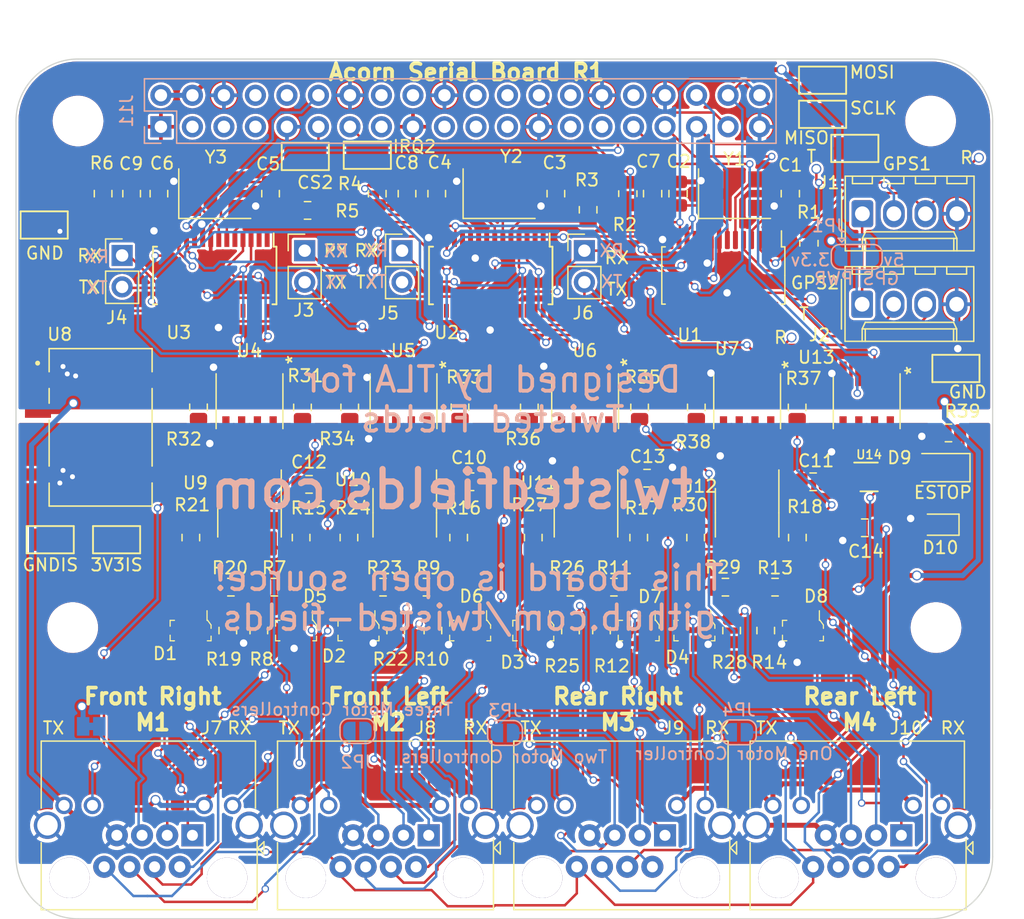
<source format=kicad_pcb>
(kicad_pcb (version 20211014) (generator pcbnew)
  (layers (0 "F.Cu" signal) (31 "B.Cu" signal) (34 "B.Paste" user) (35 "F.Paste" user) (36 "B.SilkS" user "B.Silkscreen") (37 "F.SilkS" user "F.Silkscreen") (38 "B.Mask" user) (39 "F.Mask" user) (44 "Edge.Cuts" user))
  (net 0 "")
  (net 1 "Net-(C1-Pad2)")
  (net 2 "GND")
  (net 3 "Net-(C2-Pad1)")
  (net 4 "+3V3")
  (net 5 "Net-(C3-Pad2)")
  (net 6 "MOSI")
  (net 7 "MISO")
  (net 8 "SCLK")
  (net 9 "CS2")
  (net 10 "Net-(D1-Pad1)")
  (net 11 "IRQ2")
  (net 12 "IRQ1")
  (net 13 "Net-(C4-Pad1)")
  (net 14 "Net-(C5-Pad2)")
  (net 15 "Net-(C6-Pad1)")
  (net 16 "Net-(D1-Pad2)")
  (net 17 "TX3")
  (net 18 "RX3")
  (net 19 "RX4")
  (net 20 "TX4")
  (net 21 "Net-(D2-Pad1)")
  (net 22 "TX1")
  (net 23 "RX1")
  (net 24 "TX2")
  (net 25 "RX2")
  (net 26 "Net-(D2-Pad2)")
  (net 27 "Net-(D3-Pad1)")
  (net 28 "Net-(D3-Pad2)")
  (net 29 "Net-(D4-Pad1)")
  (net 30 "Net-(D4-Pad2)")
  (net 31 "Net-(D5-Pad1)")
  (net 32 "Net-(D5-Pad2)")
  (net 33 "Net-(D6-Pad1)")
  (net 34 "Net-(D6-Pad2)")
  (net 35 "Net-(D7-Pad1)")
  (net 36 "Net-(D7-Pad2)")
  (net 37 "Net-(D8-Pad1)")
  (net 38 "Net-(D8-Pad2)")
  (net 39 "Net-(D9-Pad1)")
  (net 40 "Net-(J7-Pad9)")
  (net 41 "Net-(J7-Pad11)")
  (net 42 "E4A")
  (net 43 "E1A")
  (net 44 "ESTOP_OUT")
  (net 45 "E3B")
  (net 46 "E1B")
  (net 47 "Net-(J8-Pad9)")
  (net 48 "Net-(J8-Pad11)")
  (net 49 "E2A")
  (net 50 "Net-(J9-Pad9)")
  (net 51 "Net-(J9-Pad11)")
  (net 52 "Net-(J10-Pad9)")
  (net 53 "Net-(J10-Pad11)")
  (net 54 "ESTOP_IN_ISOLATED")
  (net 55 "GND_isolated")
  (net 56 "Net-(U12-Pad2)")
  (net 57 "Net-(U12-Pad3)")
  (net 64 "ESTOP_RETURN")
  (net 65 "ESTOP_IN")
  (net 66 "CS1")
  (net 67 "+5V")
  (net 79 "IRQ3")
  (net 80 "Net-(R3-Pad1)")
  (net 81 "Net-(R5-Pad1)")
  (net 86 "CS3")
  (net 107 "Net-(U4-Pad6)")
  (net 108 "Net-(U4-Pad7)")
  (net 109 "Net-(U10-Pad3)")
  (net 110 "Net-(U10-Pad2)")
  (net 111 "+3V3_isolated")
  (net 112 "Net-(U11-Pad3)")
  (net 113 "Net-(U11-Pad2)")
  (net 114 "SERIALPWR")
  (net 115 "TX5")
  (net 116 "RX5")
  (net 117 "TX6")
  (net 118 "RX6")
  (net 119 "Net-(R1-Pad1)")
  (footprint "Capacitor_SMD:C_0805_2012Metric" (layer "F.Cu") (at 176.9 97.35)
    (fp_text reference "C14")
    (fp_text value "10uF")
  )
  (footprint "Resistor_SMD:R_0805_2012Metric" (layer "F.Cu") (at 128.053 105.64 90)
    (fp_text reference "R8")
    (fp_text value "750R")
  )
  (footprint "Connector_PinHeader_2.54mm:PinHeader_1x02_P2.54mm_Vertical" (layer "F.Cu") (at 131.75 75)
    (fp_text reference "J3")
    (fp_text value "Conn_01x02")
  )
  (footprint "Capacitor_SMD:C_0805_2012Metric" (layer "F.Cu") (at 172.738 93.64)
    (fp_text reference "C11")
    (fp_text value "0.1uF")
  )
  (footprint "Capacitor_SMD:C_0805_2012Metric" (layer "F.Cu") (at 117.8 70.4 -90)
    (fp_text reference "C9")
    (fp_text value "0.1uF")
  )
  (footprint "Capacitor_SMD:C_0805_2012Metric" (layer "F.Cu") (at 132.1 93.85 180)
    (fp_text reference "C12")
    (fp_text value "0.1uF")
  )
  (footprint "TestPoint:TestPoint_Keystone_5015_Micro-Minature" (layer "F.Cu") (at 173.5 64 180)
    (fp_text reference "TP6" hide)
    (fp_text value "TestPoint")
  )
  (footprint "TestPoint:TestPoint_Keystone_5015_Micro-Minature" (layer "F.Cu") (at 136.8 67.3)
    (fp_text reference "TP7" hide)
    (fp_text value "TestPoint")
  )
  (footprint "TestPoint:TestPoint_Keystone_5015_Micro-Minature" (layer "F.Cu") (at 184.25 84.5)
    (fp_text reference "TP2" hide)
    (fp_text value "TestPoint")
  )
  (footprint "Connector_PinHeader_2.54mm:PinHeader_1x02_P2.54mm_Vertical" (layer "F.Cu") (at 154.3 75)
    (fp_text reference "J6")
    (fp_text value "Conn_01x02")
  )
  (footprint "taylor_footprints:FOD8012AR2" (layer "F.Cu") (at 139.718 87.14 -90)
    (fp_text reference "U5")
    (fp_text value "FOD8012AR2" hide)
  )
  (footprint "Capacitor_SMD:C_0805_2012Metric" (layer "F.Cu") (at 145.125 93.64 180)
    (fp_text reference "C10")
    (fp_text value "0.1uF")
  )
  (footprint "TestPoint:TestPoint_Keystone_5015_Micro-Minature" (layer "F.Cu") (at 176.1 66.75 180)
    (fp_text reference "TP5" hide)
    (fp_text value "TestPoint")
  )
  (footprint "Resistor_SMD:R_0805_2012Metric" (layer "F.Cu") (at 131.463 98.14 90)
    (fp_text reference "R15")
    (fp_text value "750R")
  )
  (footprint "digikey-footprints:SOT-23-3" (layer "F.Cu") (at 163.168 105.64 -90)
    (fp_text reference "D4")
    (fp_text value "CDSOT23-SM712")
  )
  (footprint "Package_SO:SOIC-8_3.9x4.9mm_P1.27mm" (layer "F.Cu") (at 154.428 96.14 -90)
    (fp_text reference "U11")
    (fp_text value "THVD1451D")
  )
  (footprint "Crystal:Crystal_SMD_Abracon_ABM3C-4Pin_5.0x3.2mm" (layer "F.Cu") (at 124.5 70.4)
    (fp_text reference "Y3")
    (fp_text value "Crystal_GND24" hide)
  )
  (footprint "digikey-footprints:SOT-23-3" (layer "F.Cu") (at 122.553 105.64 -90)
    (fp_text reference "D1")
    (fp_text value "CDSOT23-SM712")
  )
  (footprint "Resistor_SMD:R_0805_2012Metric" (layer "F.Cu") (at 150.178 98.14 -90)
    (fp_text reference "R27")
    (fp_text value "750R")
  )
  (footprint "Resistor_SMD:R_0805_2012Metric" (layer "F.Cu") (at 183.65 89.7 180)
    (fp_text reference "R39")
    (fp_text value "220R")
  )
  (footprint "Resistor_SMD:R_0805_2012Metric" (layer "F.Cu") (at 125.553 105.64 90)
    (fp_text reference "R19")
    (fp_text value "750R")
  )
  (footprint "MountingHole:MountingHole_3.7mm" (layer "F.Cu") (at 182.644 105.4)
    (fp_text reference "H4" hide)
    (fp_text value "MountingHole")
  )
  (footprint "Resistor_SMD:R_0805_2012Metric" (layer "F.Cu") (at 155.678 105.64 90)
    (fp_text reference "R12")
    (fp_text value "750R")
  )
  (footprint "Resistor_SMD:R_0805_2012Metric" (layer "F.Cu") (at 153.178 105.64 90)
    (fp_text reference "R25")
    (fp_text value "750R")
  )
  (footprint "digikey-footprints:SOT-23-3" (layer "F.Cu") (at 145.088 105.64 -90)
    (fp_text reference "D6")
    (fp_text value "CDSOT23-SM712")
  )
  (footprint "digikey-footprints:SOT-23-3" (layer "F.Cu") (at 150.178 105.64 -90)
    (fp_text reference "D3")
    (fp_text value "CDSOT23-SM712")
  )
  (footprint "Resistor_SMD:R_0805_2012Metric" (layer "F.Cu") (at 154.6 71.7 90)
    (fp_text reference "R3")
    (fp_text value "10K")
  )
  (footprint "Resistor_SMD:R_0805_2012Metric" (layer "F.Cu") (at 141.568 102.14)
    (fp_text reference "R9")
    (fp_text value "130R")
  )
  (footprint "TestPoint:TestPoint_Keystone_5015_Micro-Minature" (layer "F.Cu") (at 110.75 72.928)
    (fp_text reference "TP1" hide)
    (fp_text value "TestPoint")
  )
  (footprint "Resistor_SMD:R_0805_2012Metric" (layer "F.Cu") (at 153.178 102.14)
    (fp_text reference "R26")
    (fp_text value "130R")
  )
  (footprint "Resistor_SMD:R_0805_2012Metric" (layer "F.Cu") (at 171.45 87.64 90)
    (fp_text reference "R37")
    (fp_text value "499R")
  )
  (footprint "digikey-footprints:SOT-23-3" (layer "F.Cu") (at 158.678 105.64 -90)
    (fp_text reference "D7")
    (fp_text value "CDSOT23-SM712")
  )
  (footprint "Diode_SMD:D_SOD-323" (layer "F.Cu") (at 183 97.1 180)
    (fp_text reference "D10")
    (fp_text value "D_TVS")
  )
  (footprint "taylor_footprints:RJHSE-3381" (layer "F.Cu") (at 138.194 122.156)
    (fp_text reference "J8")
    (fp_text value "RJ45_LED_Shielded")
  )
  (footprint "Resistor_SMD:R_0805_2012Metric" (layer "F.Cu") (at 135.382 87.64 90)
    (fp_text reference "R34")
    (fp_text value "499R")
  )
  (footprint "digikey-footprints:SOT-23-3" (layer "F.Cu") (at 136.088 105.64 -90)
    (fp_text reference "D2")
    (fp_text value "CDSOT23-SM712")
  )
  (footprint "Resistor_SMD:R_0805_2012Metric" (layer "F.Cu") (at 144.272 87.63 90)
    (fp_text reference "R33")
    (fp_text value "499R")
  )
  (footprint "Capacitor_SMD:C_0805_2012Metric" (layer "F.Cu") (at 152 70.4 90)
    (fp_text reference "C3")
    (fp_text value "18pF")
  )
  (footprint "Resistor_SMD:R_0805_2012Metric" (layer "F.Cu") (at 142.088 105.64 90)
    (fp_text reference "R10")
    (fp_text value "750R")
  )
  (footprint "Resistor_SMD:R_0805_2012Metric" (layer "F.Cu") (at 144.163 98.14 90)
    (fp_text reference "R16")
    (fp_text value "750R")
  )
  (footprint "MountingHole:MountingHole_3.7mm" (layer "F.Cu") (at 113.478 64.54)
    (fp_text reference "H2" hide)
    (fp_text value "MountingHole")
  )
  (footprint "Resistor_SMD:R_0805_2012Metric" (layer "F.Cu") (at 115.5 70.4 -90)
    (fp_text reference "R6")
    (fp_text value "1k")
  )
  (footprint "Capacitor_SMD:C_0805_2012Metric" (layer "F.Cu") (at 120 70.4 90)
    (fp_text reference "C6")
    (fp_text value "18pF")
  )
  (footprint "taylor_footprints:RJHSE-3381" (layer "F.Cu") (at 119.144 122.156)
    (fp_text reference "J7")
    (fp_text value "RJ45_LED_Shielded")
  )
  (footprint "Resistor_SMD:R_0805_2012Metric" (layer "F.Cu") (at 125.803 102.14)
    (fp_text reference "R20")
    (fp_text value "130R")
  )
  (footprint "Resistor_SMD:R_0805_2012Metric" (layer "F.Cu") (at 169.668 102.14)
    (fp_text reference "R13")
    (fp_text value "130R")
  )
  (footprint "Package_SO:TSSOP-28_4.4x9.7mm_P0.65mm" (layer "F.Cu") (at 124.5 77 -90)
    (fp_text reference "U3")
    (fp_text value "SC16IS752")
  )
  (footprint "taylor_footprints:FOD8012AR2" (layer "F.Cu") (at 167.418 87.14 -90)
    (fp_text reference "U7")
    (fp_text value "FOD8012AR2" hide)
  )
  (footprint "Capacitor_SMD:C_0805_2012Metric" (layer "F.Cu") (at 159.35 93.35)
    (fp_text reference "C13")
    (fp_text value "0.1uF")
  )
  (footprint "Resistor_SMD:R_0805_2012Metric" (layer "F.Cu") (at 138.068 102.14)
    (fp_text reference "R23")
    (fp_text value "130R")
  )
  (footprint "taylor_footprints:FOD8012AR2" (layer "F.Cu") (at 177.056 87.14 -90)
    (fp_text reference "U13")
    (fp_text value "FOD8012AR2" hide)
  )
  (footprint "Resistor_SMD:R_0805_2012Metric" (layer "F.Cu") (at 137.6 70.4 -90)
    (fp_text reference "R4")
    (fp_text value "1k")
  )
  (footprint "taylor_footprints:RJHSE-3381" (layer "F.Cu") (at 157.244 122.156)
    (fp_text reference "J9")
    (fp_text value "RJ45_LED_Shielded")
  )
  (footprint "Package_SO:SOIC-8_3.9x4.9mm_P1.27mm" (layer "F.Cu") (at 127.303 96.14 -90)
    (fp_text reference "U9")
    (fp_text value "THVD1451D")
  )
  (footprint "digikey-footprints:SOT-23-3" (layer "F.Cu") (at 131.053 105.64 -90)
    (fp_text reference "D5")
    (fp_text value "CDSOT23-SM712")
  )
  (footprint "taylor_footprints:FOD8012AR2" (layer "F.Cu") (at 154.358 87.14 -90)
    (fp_text reference "U6")
    (fp_text value "FOD8012AR2" hide)
  )
  (footprint "Capacitor_SMD:C_0805_2012Metric" (layer "F.Cu") (at 142.396 70.4 90)
    (fp_text reference "C4")
    (fp_text value "18pF")
  )
  (footprint "Resistor_SMD:R_0805_2012Metric" (layer "F.Cu") (at 156.678 102.14)
    (fp_text reference "R11")
    (fp_text value "130R")
  )
  (footprint "Capacitor_SMD:C_0805_2012Metric" (layer "F.Cu") (at 129 70.4 90)
    (fp_text reference "C5")
    (fp_text value "18pF")
  )
  (footprint "Resistor_SMD:R_0805_2012Metric" (layer "F.Cu") (at 165.668 102.14)
    (fp_text reference "R29")
    (fp_text value "130R")
  )
  (footprint "Resistor_SMD:R_0805_2012Metric" (layer "F.Cu") (at 129.303 102.14)
    (fp_text reference "R7")
    (fp_text value "130R")
  )
  (footprint "Connector_PinHeader_2.54mm:PinHeader_1x02_P2.54mm_Vertical" (layer "F.Cu") (at 117.031 75.382)
    (fp_text reference "J4")
    (fp_text value "Conn_01x02")
  )
  (footprint "MountingHole:MountingHole_3.7mm" (layer "F.Cu") (at 182.21 64.54)
    (fp_text reference "H3" hide)
    (fp_text value "MountingHole")
  )
  (footprint "Connector_PinHeader_2.54mm:PinHeader_1x02_P2.54mm_Vertical" (layer "F.Cu") (at 139.6 75)
    (fp_text reference "J5")
    (fp_text value "Conn_01x02")
  )
  (footprint "Crystal:Crystal_SMD_Abracon_ABM3C-4Pin_5.0x3.2mm" (layer "F.Cu") (at 147.422 70.4)
    (fp_text reference "Y2")
    (fp_text value "Crystal_GND24")
  )
  (footprint "Resistor_SMD:R_0805_2012Metric" (layer "F.Cu") (at 122.573 98.14 -90)
    (fp_text reference "R21")
    (fp_text value "750R")
  )
  (footprint "Resistor_SMD:R_0805_2012Metric" (layer "F.Cu") (at 158.75 87.64 90)
    (fp_text reference "R35")
    (fp_text value "499R")
  )
  (footprint "Resistor_SMD:R_0805_2012Metric" (layer "F.Cu") (at 131.984 71.752)
    (fp_text reference "R5")
    (fp_text value "10K")
  )
  (footprint "Resistor_SMD:R_0805_2012Metric" (layer "F.Cu") (at 163.268 98.14 -90)
    (fp_text reference "R30")
    (fp_text value "750R")
  )
  (footprint "Resistor_SMD:R_0805_2012Metric" (layer "F.Cu") (at 149.86 87.64 90)
    (fp_text reference "R36")
    (fp_text value "499R")
  )
  (footprint "Capacitor_SMD:C_0805_2012Metric" (layer "F.Cu") (at 140 70.4 -90)
    (fp_text reference "C8")
    (fp_text value "0.1uF")
  )
  (footprint "LED_SMD:LED_1206_3216Metric" (layer "F.Cu") (at 183.1 92.5 180)
    (fp_text reference "D9")
    (fp_text value "LED")
  )
  (footprint "taylor_footprints:FOD8012AR2" (layer "F.Cu") (at 127.303 87.14 -90)
    (fp_text reference "U4")
    (fp_text value "FOD8012AR2" hide)
  )
  (footprint "taylor_footprints:RJHSE-3381" (layer "F.Cu") (at 176.294 122.156)
    (fp_text reference "J10")
    (fp_text value "RJ45_LED_Shielded")
  )
  (footprint "Package_SO:TSSOP-28_4.4x9.7mm_P0.65mm" (layer "F.Cu") (at 146.75 77 -90)
    (fp_text reference "U2")
    (fp_text value "SC16IS752")
  )
  (footprint "digikey-footprints:SOT-23-3" (layer "F.Cu") (at 171.918 105.64 -90)
    (fp_text reference "D8")
    (fp_text value "CDSOT23-SM712")
  )
  (footprint "TestPoint:TestPoint_Keystone_5015_Micro-Minature" (layer "F.Cu") (at 131.8 67.4 180)
    (fp_text reference "TP3" hide)
    (fp_text value "TestPoint")
  )
  (footprint "Resistor_SMD:R_0805_2012Metric" (layer "F.Cu") (at 131.572 87.64 90)
    (fp_text reference "R31")
    (fp_text value "499R")
  )
  (footprint "Resistor_SMD:R_0805_2012Metric" (layer "F.Cu") (at 171.468 98.14 90)
    (fp_text reference "R18")
    (fp_text value "750R")
  )
  (footprint "TestPoint:TestPoint_Keystone_5015_Micro-Minature" (layer "F.Cu") (at 173.5 61.25 180)
    (fp_text reference "TP4" hide)
    (fp_text value "TestPoint")
  )
  (footprint "Resistor_SMD:R_0805_2012Metric" (layer "F.Cu") (at 166.168 105.64 90)
    (fp_text reference "R28")
    (fp_text value "750R")
  )
  (footprint "Resistor_SMD:R_0805_2012Metric" (layer "F.Cu") (at 168.918 105.64 90)
    (fp_text reference "R14")
    (fp_text value "750R")
  )
  (footprint "Resistor_SMD:R_0805_2012Metric" (layer "F.Cu") (at 123.19 87.63 90)
    (fp_text reference "R32")
    (fp_text value "499R")
  )
  (footprint "Resistor_SMD:R_0805_2012Metric" (layer "F.Cu") (at 135.318 98.14 -90)
    (fp_text reference "R24")
    (fp_text value "750R")
  )
  (footprint "Package_SO:SOIC-8_3.9x4.9mm_P1.27mm" (layer "F.Cu") (at 139.818 96.14 -90)
    (fp_text reference "U10")
    (fp_text value "THVD1451D")
  )
  (footprint "Resistor_SMD:R_0805_2012Metric" (layer "F.Cu") (at 158.678 98.14 90)
    (fp_text reference "R17")
    (fp_text value "750R")
  )
  (footprint "Resistor_SMD:R_0805_2012Metric" (layer "F.Cu") (at 163.322 87.64 90)
    (fp_text reference "R38")
    (fp_text value "499R")
  )
  (footprint "Package_SO:SOIC-8_3.9x4.9mm_P1.27mm" (layer "F.Cu") (at 167.418 96.14 -90)
    (fp_text reference "U12")
    (fp_text value "THVD1451D")
  )
  (footprint "Resistor_SMD:R_0805_2012Metric" (layer "F.Cu") (at 139.088 105.64 90)
    (fp_text reference "R22")
    (fp_text value "750R")
  )
  (footprint "MountingHole:MountingHole_3.7mm" (layer "F.Cu") (at 113.048 105.4)
    (fp_text reference "H1" hide)
    (fp_text value "MountingHole")
  )
  (footprint "sot:SOT-353_SC-70-5" (layer "F.Cu") (at 177.25 93.25)
    (fp_text reference "U14")
    (fp_text value "buffer")
  )
  (footprint "Package_SO:TSSOP-28_4.4x9.7mm_P0.65mm" (layer "F.Cu") (at 165.5 77 -90)
    (fp_text reference "U1")
    (fp_text value "SC16IS752")
  )
  (footprint "Connector_Molex:Molex_KK-254_AE-6410-04A_1x04_P2.54mm_Vertical" (layer "F.Cu") (at 176.69 79.32)
    (fp_text reference "J2")
    (fp_text value "Conn_01x04")
  )
  (footprint "TestPoint:TestPoint_Keystone_5015_Micro-Minature" (layer "F.Cu") (at 116.586 98.312 180)
    (fp_text reference "TP8" hide)
    (fp_text value "TestPoint")
  )
  (footprint "Resistor_SMD:R_0805_2012Metric" (layer "F.Cu") (at 157.8 70.4 -90)
    (fp_text reference "R2")
    (fp_text value "1k")
  )
  (footprint "Resistor_SMD:R_0805_2012Metric" (layer "F.Cu") (at 172.4 74.4 90)
    (fp_text reference "R1")
    (fp_text value "10K")
  )
  (footprint "Connector_Molex:Molex_KK-254_AE-6410-04A_1x04_P2.54mm_Vertical" (layer "F.Cu") (at 176.71 72.02)
    (fp_text reference "J1")
    (fp_text value "Conn_01x04")
  )
  (footprint "power_footprints:CONV_PDS1-S3-S3-M" (layer "F.Cu") (at 115.3 89.25)
    (fp_text reference "U8")
    (fp_text value "PDS1-S3-S3-M")
  )
  (footprint "TestPoint:TestPoint_Keystone_5015_Micro-Minature" (layer "F.Cu") (at 111.236 98.312 180)
    (fp_text reference "TP9" hide)
    (fp_text value "TestPoint")
  )
  (footprint "Capacitor_SMD:C_0805_2012Metric" (layer "F.Cu") (at 161.85 70.4 90)
    (fp_text reference "C2")
    (fp_text value "18pF")
  )
  (footprint "Capacitor_SMD:C_0805_2012Metric" (layer "F.Cu") (at 170.9 70.4 90)
    (fp_text reference "C1")
    (fp_text value "18pF")
  )
  (footprint "Capacitor_SMD:C_0805_2012Metric" (layer "F.Cu") (at 159.8 70.4 -90)
    (fp_text reference "C7")
    (fp_text value "0.1uF")
  )
  (footprint "Crystal:Crystal_SMD_Abracon_ABM3C-4Pin_5.0x3.2mm" (layer "F.Cu") (at 166.4 70.4)
    (fp_text reference "Y1")
    (fp_text value "Crystal_GND24")
  )
  (footprint "Connector_PinSocket_2.54mm:PinSocket_2x20_P2.54mm_Vertical" (layer "B.Cu") (at 120.16 65.006 -90)
    (fp_text reference "J11")
    (fp_text value "Raspberry_Pi_2_3")
  )
  (footprint "Jumper:SolderJumper-2_P1.3mm_Open_RoundedPad1.0x1.5mm" (layer "B.Cu") (at 166.75 113.85 180)
    (fp_text reference "JP4")
    (fp_text value "SolderJumper_2_Open" hide)
  )
  (footprint "Jumper:SolderJumper-2_P1.3mm_Bridged_Pad1.0x1.5mm" (layer "B.Cu") (at 114.54 113.37 180)
    (fp_text reference "JP5" hide)
    (fp_text value "SolderJumper_2_Bridged" hide)
  )
  (footprint "Jumper:SolderJumper-2_P1.3mm_Open_RoundedPad1.0x1.5mm" (layer "B.Cu") (at 147.9 113.9 180)
    (fp_text reference "JP3")
    (fp_text value "SolderJumper_2_Open" hide)
  )
  (footprint "Jumper:SolderJumper-3_P1.3mm_Open_RoundedPad1.0x1.5mm" (layer "B.Cu") (at 176.25 75.5)
    (fp_text reference "JP1")
    (fp_text value "SolderJumper_3_Open")
  )
  (footprint "Jumper:SolderJumper-2_P1.3mm_Open_RoundedPad1.0x1.5mm" (layer "B.Cu") (at 136 113.75 180)
    (fp_text reference "JP2")
    (fp_text value "SolderJumper_2_Open")
  )
  (gr_arc (start 182.21 59.54) (mid 185.745534 61.004466) (end 187.21 64.54) (layer "Edge.Cuts") (width 0.1))
  (gr_arc (start 108.478 64.54) (mid 109.942466 61.004466) (end 113.478 59.54) (layer "Edge.Cuts") (width 0.1))
  (gr_line (start 182.21 128.886) (end 113.478 128.886) (layer "Edge.Cuts") (width 0.1))
  (gr_line (start 108.478 123.886) (end 108.478 64.54) (layer "Edge.Cuts") (width 0.1))
  (gr_arc (start 187.21 123.886) (mid 185.745534 127.421534) (end 182.21 128.886) (layer "Edge.Cuts") (width 0.1))
  (gr_arc (start 113.478 128.886) (mid 109.942466 127.421534) (end 108.478 123.886) (layer "Edge.Cuts") (width 0.1))
  (gr_line (start 113.478 59.54) (end 182.21 59.54) (layer "Edge.Cuts") (width 0.1))
  (gr_line (start 187.21 64.54) (end 187.21 123.886) (layer "Edge.Cuts") (width 0.1))
  (gr_text "Designed by TLA for\nTwisted Fields" (at 146.9 87) (layer "B.SilkS") (effects (font (size 2 2) (thickness 0.3)) (justify mirror)))
  (gr_text "twistedfields.com" (at 143.6 94.25) (layer "B.SilkS") (effects (font (size 3 3) (thickness 0.5)) (justify mirror)))
  (gr_text "Three Motor Controllers" (at 134.75 112) (layer "B.SilkS") (effects (font (size 1 1)) (justify mirror)))
  (gr_text "GPS PWR" (at 176.25 77.25) (layer "B.SilkS") (effects (font (size 1 1)) (justify mirror)))
  (gr_text "Two Motor Controllers" (at 147.828 115.824) (layer "B.SilkS") (effects (font (size 1 1)) (justify mirror)))
  (gr_text "RX" (at 134.272 75.018) (layer "B.SilkS") (effects (font (size 1 1)) (justify mirror)))
  (gr_text "RX" (at 115 75.5) (layer "B.SilkS") (effects (font (size 1 1)) (justify mirror)))
  (gr_text "One Motor Controller" (at 166.37 115.57) (layer "B.SilkS") (effects (font (size 1 1)) (justify mirror)))
  (gr_text "RX" (at 137.5 75) (layer "B.SilkS") (effects (font (size 1 1)) (justify mirror)))
  (gr_text "TX" (at 134.272 77.558) (layer "B.SilkS") (effects (font (size 1 1)) (justify mirror)))
  (gr_text "3.3v" (at 172.5 75.75) (layer "B.SilkS") (effects (font (size 1 1)) (justify mirror)))
  (gr_text "TX" (at 137.5 77.5) (layer "B.SilkS") (effects (font (size 1 1)) (justify mirror)))
  (gr_text "TX" (at 156.5 77.5) (layer "B.SilkS") (effects (font (size 1 1)) (justify mirror)))
  (gr_text "This board is open source!\ngithub.com/twisted-fields" (at 145 103) (layer "B.SilkS") (effects (font (size 2 2) (thickness 0.3)) (justify mirror)))
  (gr_text "TX" (at 115 78) (layer "B.SilkS") (effects (font (size 1 1)) (justify mirror)))
  (gr_text "5v" (at 179.25 75.75) (layer "B.SilkS") (effects (font (size 1 1)) (justify mirror)))
  (gr_text "RX" (at 156.5 75) (layer "B.SilkS") (effects (font (size 1 1)) (justify mirror)))
  (gr_text "Acorn Serial Board R1" (at 144.8 60.6) (layer "F.SilkS") (effects (font (size 1.3 1.3) (thickness 0.3))))
  (gr_text "TX" (at 134.272 77.558) (layer "F.SilkS") (effects (font (size 1 1))))
  (gr_text "GPS1" (at 180.3 68) (layer "F.SilkS") (effects (font (size 1 1))))
  (gr_text "SCLK" (at 177.6 63.5) (layer "F.SilkS") (effects (font (size 1 1))))
  (gr_text "RX" (at 156.91 75.576) (layer "F.SilkS") (effects (font (size 1 1))))
  (gr_text "GND" (at 185.2 86.4) (layer "F.SilkS") (effects (font (size 1 1))))
  (gr_text "GNDIS" (at 111.252 100.344) (layer "F.SilkS") (effects (font (size 1 1))))
  (gr_text "MISO" (at 172.2 65.9) (layer "F.SilkS") (effects (font (size 1 1))))
  (gr_text "ESTOP" (at 183.2 94.5) (layer "F.SilkS") (effects (font (size 1 1))))
  (gr_text "TX" (at 130.5 113.5) (layer "F.SilkS") (effects (font (size 1 1))))
  (gr_text "T" (at 172.6 67.4) (layer "F.SilkS") (effects (font (size 1 1))))
  (gr_text "TX" (at 156.91 78.116) (layer "F.SilkS") (effects (font (size 1 1))))
  (gr_text "TX" (at 114.4 77.94) (layer "F.SilkS") (effects (font (size 1 1))))
  (gr_text "Front Right\nM1" (at 119.5 112) (layer "F.SilkS") (effects (font (size 1.3 1.3) (thickness 0.3))))
  (gr_text "IRQ2" (at 140.6 66.6) (layer "F.SilkS") (effects (font (size 1 1))))
  (gr_text "RX" (at 136.75 75) (layer "F.SilkS") (effects (font (size 1 1))))
  (gr_text "MOSI" (at 177.5 60.6) (layer "F.SilkS") (effects (font (size 1 1))))
  (gr_text "TX" (at 150 113.5) (layer "F.SilkS") (effects (font (size 1 1))))
  (gr_text "Rear Right\nM3" (at 157 112) (layer "F.SilkS") (effects (font (size 1.3 1.3) (thickness 0.3))))
  (gr_text "GND" (at 110.8 75.2) (layer "F.SilkS") (effects (font (size 1 1))))
  (gr_text "TX" (at 111.5 113.5) (layer "F.SilkS") (effects (font (size 1 1))))
  (gr_text "RX" (at 165 113.5) (layer "F.SilkS") (effects (font (size 1 1))))
  (gr_text "RX" (at 126.5 113.5) (layer "F.SilkS") (effects (font (size 1 1))))
  (gr_text "R" (at 185.1 67.5) (layer "F.SilkS") (effects (font (size 1 1))))
  (gr_text "GPS2" (at 172.9 77.6) (layer "F.SilkS") (effects (font (size 1 1))))
  (gr_text "RX" (at 134.272 75.018) (layer "F.SilkS") (effects (font (size 1 1))))
  (gr_text "TX" (at 136.75 77.54) (layer "F.SilkS") (effects (font (size 1 1))))
  (gr_text "3V3IS" (at 116.586 100.344) (layer "F.SilkS") (effects (font (size 1 1))))
  (gr_text "T" (at 172 80.1) (layer "F.SilkS") (effects (font (size 1 1))))
  (gr_text "R" (at 170.1 82) (layer "F.SilkS") (effects (font (size 1 1))))
  (gr_text "Front Left\nM2" (at 138.5 112) (layer "F.SilkS") (effects (font (size 1.3 1.3) (thickness 0.3))))
  (gr_text "TX" (at 169 113.5) (layer "F.SilkS") (effects (font (size 1 1))))
  (gr_text "Rear Left\nM4" (at 176.5 112) (layer "F.SilkS") (effects (font (size 1.3 1.3) (thickness 0.3))))
  (gr_text "RX" (at 145.5 113.5) (layer "F.SilkS") (effects (font (size 1 1))))
  (gr_text "RX" (at 184 113.5) (layer "F.SilkS") (effects (font (size 1 1))))
  (gr_text "RX" (at 114.4 75.4) (layer "F.SilkS") (effects (font (size 1 1))))
  (gr_text "CS2" (at 132.6 69.5) (layer "F.SilkS") (effects (font (size 1 1))))
  (segment (start 168.3 69.25) (end 167.95 69.25) (width 0.2) (layer "F.Cu") (net 1))
  (segment (start 170.9 69.45) (end 168.5 69.45) (width 0.2) (layer "F.Cu") (net 1))
  (segment (start 168.5 69.45) (end 168.3 69.25) (width 0.2) (layer "F.Cu") (net 1))
  (segment (start 167.95 69.25) (end 166.475 70.725) (width 0.2) (layer "F.Cu") (net 1))
  (segment (start 166.475 70.725) (end 166.475 74.1375) (width 0.2) (layer "F.Cu") (net 1))
  (segment (start 149.322 71.55) (end 150.65 71.55) (width 0.4) (layer "F.Cu") (net 2))
  (segment (start 143.9375 69.4625) (end 144 69.4) (width 0.4) (layer "F.Cu") (net 2))
  (segment (start 120.275 74.075) (end 119.6 73.4) (width 0.4) (layer "F.Cu") (net 2))
  (segment (start 145.775 74.15) (end 145.775 75.325) (width 0.4) (layer "F.Cu") (net 2))
  (segment (start 170.85 71.4) (end 170.9 71.35) (width 0.4) (layer "F.Cu") (net 2))
  (segment (start 169.6 71.4) (end 170.85 71.4) (width 0.4) (layer "F.Cu") (net 2))
  (segment (start 151.6302 84.9302) (end 151.025 84.325) (width 0.4) (layer "F.Cu") (net 2))
  (segment (start 142.525 74.15) (end 141.940742 74.15) (width 0.4) (layer "F.Cu") (net 2))
  (segment (start 122.45 69.4) (end 122.6 69.25) (width 0.4) (layer "F.Cu") (net 2))
  (segment (start 147.075 81.025) (end 146.7 81.4) (width 0.4) (layer "F.Cu") (net 2))
  (segment (start 110.25 85.44) (end 112.11 85.44) (width 1) (layer "F.Cu") (net 2))
  (segment (start 160.6375 74.1375) (end 160.6 74.1) (width 0.4) (layer "F.Cu") (net 2))
  (segment (start 159.8 69.45) (end 161.85 69.45) (width 0.4) (layer "F.Cu") (net 2))
  (segment (start 168.3 71.55) (end 169.45 71.55) (width 0.4) (layer "F.Cu") (net 2))
  (segment (start 124.9302 84.9302) (end 124.4 84.4) (width 0.4) (layer "F.Cu") (net 2))
  (segment (start 141.940742 74.15) (end 141.740212 73.94947) (width 0.4) (layer "F.Cu") (net 2))
  (segment (start 121.2 69.4) (end 122.45 69.4) (width 0.4) (layer "F.Cu") (net 2))
  (segment (start 175.151 85.1482) (end 174.4982 85.1482) (width 0.4) (layer "F.Cu") (net 2))
  (segment (start 137.813 84.9302) (end 137.0698 84.9302) (width 0.4) (layer "F.Cu") (net 2))
  (segment (start 150.65 71.55) (end 150.8 71.4) (width 0.4) (layer "F.Cu") (net 2))
  (segment (start 140 69.4625) (end 142.396 69.4625) (width 0.4) (layer "F.Cu") (net 2))
  (segment (start 145.522 69.25) (end 144.15 69.25) (width 0.4) (layer "F.Cu") (net 2))
  (segment (start 184.25 83.05) (end 184.4 82.9) (width 0.4) (layer "F.Cu") (net 2))
  (segment (start 165.825 79.8625) (end 165.825 78.425) (width 0.4) (layer "F.Cu") (net 2))
  (segment (start 145.775 75.325) (end 145.5 75.6) (width 0.4) (layer "F.Cu") (net 2))
  (segment (start 169.45 71.55) (end 169.6 71.4) (width 0.4) (layer "F.Cu") (net 2))
  (segment (start 150.8625 71.3375) (end 150.8 71.4) (width 0.4) (layer "F.Cu") (net 2))
  (segment (start 163.80225 69.25) (end 163.6995 69.35275) (width 0.4) (layer "F.Cu") (net 2))
  (segment (start 164.5 69.25) (end 163.80225 69.25) (width 0.4) (layer "F.Cu") (net 2))
  (segment (start 128.9375 71.4) (end 129 71.3375) (width 0.4) (layer "F.Cu") (net 2))
  (segment (start 164.5552 84.9302) (end 164.5 84.875) (width 0.4) (layer "F.Cu") (net 2))
  (segment (start 123.525 72.925) (end 123.455378 72.855378) (width 0.4) (layer "F.Cu") (net 2))
  (segment (start 164.525 75.6755) (end 164.2005 76) (width 0.4) (layer "F.Cu") (net 2))
  (segment (start 174.4982 85.1482) (end 174.25 84.9) (width 0.4) (layer "F.Cu") (net 2))
  (segment (start 127.65 71.55) (end 127.8 71.4) (width 0.4) (layer "F.Cu") (net 2))
  (segment (start 120 69.4625) (end 121.1375 69.4625) (width 0.4) (layer "F.Cu") (net 2))
  (segment (start 120 69.4625) (end 117.8 69.4625) (width 0.4) (layer "F.Cu") (net 2))
  (segment (start 161.275 74.1375) (end 160.6375 74.1375) (width 0.4) (layer "F.Cu") (net 2))
  (segment (start 152.453 84.9302) (end 151.6302 84.9302) (width 0.4) (layer "F.Cu") (net 2))
  (segment (start 112.11 85.44) (end 112.611 84.939) (width 2) (layer "F.Cu") (net 2))
  (segment (start 164.525 74.1375) (end 164.525 75.6755) (width 0.4) (layer "F.Cu") (net 2))
  (segment (start 121.1375 69.4625) (end 121.2 69.4) (width 0.4) (layer "F.Cu") (net 2))
  (segment (start 161.85 69.45) (end 163.60225 69.45) (width 0.4) (layer "F.Cu") (net 2))
  (segment (start 184.4 82.9) (end 184.4 79.11) (width 0.4) (layer "F.Cu") (net 2))
  (segment (start 137.0698 84.9302) (end 136.775 85.225) (width 0.4) (layer "F.Cu") (net 2))
  (segment (start 127.8 71.4) (end 128.9375 71.4) (width 0.4) (layer "F.Cu") (net 2))
  (segment (start 184.25 84.5) (end 184.25 83.05) (width 0.4) (layer "F.Cu") (net 2))
  (segment (start 165.825 78.425) (end 165.8 78.4) (width 0.4) (layer "F.Cu") (net 2))
  (segment (start 144.15 69.25) (end 144 69.4) (width 0.4) (layer "F.Cu") (net 2))
  (segment (start 142.396 69.4625) (end 143.9375 69.4625) (width 0.4) (layer "F.Cu") (net 2))
  (segment (start 124.825 79.85) (end 124.825 81.175) (width 0.4) (layer "F.Cu") (net 2))
  (segment (start 123.525 74.15) (end 123.525 72.925) (width 0.4) (layer "F.Cu") (net 2))
  (segment (start 125.398 84.9302) (end 124.9302 84.9302) (width 0.4) (layer "F.Cu") (net 2))
  (segment (start 124.825 81.175) (end 124.8 81.2) (width 0.4) (layer "F.Cu") (net 2))
  (segment (start 126.4 71.55) (end 127.65 71.55) (width 0.4) (layer "F.Cu") (net 2))
  (segment (start 152 71.3375) (end 150.8625 71.3375) (width 0.4) (layer "F.Cu") (net 2))
  (segment (start 163.60225 69.45) (end 163.6995 69.35275) (width 0.4) (layer "F.Cu") (net 2))
  (segment (start 147.075 79.85) (end 147.075 81.025) (width 0.4) (layer "F.Cu") (net 2))
  (segment (start 165.513 84.9302) (end 164.5552 84.9302) (width 0.4) (layer "F.Cu") (net 2))
  (segment (start 112.611 84.939) (end 112.65 84.9) (width 2) (layer "F.Cu") (net 2))
  (segment (start 120.275 74.15) (end 120.275 74.075) (width 0.4) (layer "F.Cu") (net 2))
  (via (at 127.8 71.4) (size 0.8) (drill 0.6) (layers "F.Cu" "B.Cu") (net 2))
  (via (at 112.611 84.939) (size 0.6) (drill 0.4) (layers "F.Cu" "B.Cu") (net 2))
  (via (at 112.268 84.342) (size 0.6) (drill 0.4) (layers "F.Cu" "B.Cu") (net 2))
  (via (at 124.4 84.4) (size 0.8) (drill 0.6) (layers "F.Cu" "B.Cu") (net 2))
  (via (at 141.740212 73.94947) (size 0.8) (drill 0.6) (layers "F.Cu" "B.Cu") (net 2))
  (via (at 165.8 78.4) (size 0.8) (drill 0.6) (layers "F.Cu" "B.Cu") (net 2))
  (via (at 174.25 84.9) (size 0.8) (drill 0.6) (layers "F.Cu" "B.Cu") (net 2))
  (via (at 150.8 71.4) (size 0.8) (drill 0.6) (layers "F.Cu" "B.Cu") (net 2))
  (via (at 146.7 81.4) (size 0.8) (drill 0.6) (layers "F.Cu" "B.Cu") (net 2))
  (via (at 112.02 73.436) (size 0.6) (drill 0.4) (layers "F.Cu" "B.Cu") (net 2))
  (via (at 121.2 69.4) (size 0.8) (drill 0.6) (layers "F.Cu" "B.Cu") (net 2))
  (via (at 151.025 84.325) (size 0.8) (drill 0.6) (layers "F.Cu" "B.Cu") (net 2))
  (via (at 164.2005 76) (size 0.8) (drill 0.6) (layers "F.Cu" "B.Cu") (net 2))
  (via (at 160.6 74.1) (size 0.8) (drill 0.6) (layers "F.Cu" "B.Cu") (net 2))
  (via (at 123.455378 72.855378) (size 0.8) (drill 0.6) (layers "F.Cu" "B.Cu") (net 2))
  (via (at 113.284 85.104) (size 0.6) (drill 0.4) (layers "F.Cu" "B.Cu") (net 2))
  (via (at 184.4 82.9) (size 0.8) (drill 0.6) (layers "F.Cu" "B.Cu") (net 2))
  (via (at 144 69.4) (size 0.8) (drill 0.6) (layers "F.Cu" "B.Cu") (net 2))
  (via (at 169.6 71.4) (size 0.8) (drill 0.6) (layers "F.Cu" "B.Cu") (net 2))
  (via (at 164.5 84.875) (size 0.8) (drill 0.6) (layers "F.Cu" "B.Cu") (net 2))
  (via (at 145.5 75.6) (size 0.8) (drill 0.6) (layers "F.Cu" "B.Cu") (net 2))
  (via (at 119.6 73.4) (size 0.8) (drill 0.6) (layers "F.Cu" "B.Cu") (net 2))
  (via (at 124.8 81.2) (size 0.8) (drill 0.6) (layers "F.Cu" "B.Cu") (net 2))
  (via (at 163.6995 69.35275) (size 0.8) (drill 0.6) (layers "F.Cu" "B.Cu") (net 2))
  (via (at 136.775 85.225) (size 0.8) (drill 0.6) (layers "F.Cu" "B.Cu") (net 2))
  (segment (start 165.825 72.875) (end 165.825 74.1375) (width 0.2) (layer "F.Cu") (net 3))
  (segment (start 164.5 71.55) (end 165.825 72.875) (width 0.2) (layer "F.Cu") (net 3))
  (segment (start 164.3 71.35) (end 164.5 71.55) (width 0.2) (layer "F.Cu") (net 3))
  (segment (start 161.85 71.35) (end 164.3 71.35) (width 0.2) (layer "F.Cu") (net 3))
  (segment (start 129.878 118.225) (end 131.399 119.746) (width 0.4) (layer "F.Cu") (net 4))
  (segment (start 169.499 118.776) (end 170.275 118) (width 0.4) (layer "F.Cu") (net 4))
  (segment (start 178.425 117.372) (end 178.425 102.675) (width 0.4) (layer "F.Cu") (net 4))
  (segment (start 124.875 118.225) (end 129.878 118.225) (width 0.4) (layer "F.Cu") (net 4))
  (segment (start 168.117 118.364) (end 169.499 119.746) (width 0.4) (layer "F.Cu") (net 4))
  (segment (start 180.799 119.746) (end 178.425 117.372) (width 0.4) (layer "F.Cu") (net 4))
  (segment (start 110.25 87.98) (end 112.42 87.98) (width 0.4) (layer "F.Cu") (net 4))
  (segment (start 179.553 118.5) (end 180.799 119.746) (width 0.4) (layer "F.Cu") (net 4))
  (segment (start 173.025 118) (end 173.525 118.5) (width 0.4) (layer "F.Cu") (net 4))
  (segment (start 161.749 119.746) (end 163.131 118.364) (width 0.4) (layer "F.Cu") (net 4))
  (segment (start 178.425 102.675) (end 179.9 101.2) (width 0.4) (layer "F.Cu") (net 4))
  (segment (start 133.075 118.2) (end 131.529 119.746) (width 0.4) (layer "F.Cu") (net 4))
  (segment (start 119.725 119.3) (end 118.9 120.125) (width 0.4) (layer "F.Cu") (net 4))
  (segment (start 145.9 118.2) (end 148.903 118.2) (width 0.4) (layer "F.Cu") (net 4))
  (segment (start 123.649 119.746) (end 123.649 119.451) (width 0.4) (layer "F.Cu") (net 4))
  (segment (start 163.131 118.364) (end 168.117 118.364) (width 0.4) (layer "F.Cu") (net 4))
  (segment (start 142.699 119.746) (end 136.846 119.746) (width 0.4) (layer "F.Cu") (net 4))
  (segment (start 131.529 119.746) (end 131.399 119.746) (width 0.4) (layer "F.Cu") (net 4))
  (segment (start 118.9 120.125) (end 116.375 120.125) (width 0.4) (layer "F.Cu") (net 4))
  (segment (start 113.828 121.225) (end 112.349 119.746) (width 0.4) (layer "F.Cu") (net 4))
  (segment (start 123.649 119.451) (end 124.875 118.225) (width 0.4) (layer "F.Cu") (net 4))
  (segment (start 142.45 114.75) (end 145.9 118.2) (width 0.4) (layer "F.Cu") (net 4))
  (segment (start 136.846 119.746) (end 135.3 118.2) (width 0.4) (layer "F.Cu") (net 4))
  (segment (start 170.275 118) (end 173.025 118) (width 0.4) (layer "F.Cu") (net 4))
  (segment (start 179.9 101.2) (end 181.1 101.2) (width 0.4) (layer "F.Cu") (net 4))
  (segment (start 116.375 120.125) (end 115.275 121.225) (width 0.4) (layer "F.Cu") (net 4))
  (segment (start 115.275 121.225) (end 113.828 121.225) (width 0.4) (layer "F.Cu") (net 4))
  (segment (start 173.525 118.5) (end 179.553 118.5) (width 0.4) (layer "F.Cu") (net 4))
  (segment (start 148.903 118.2) (end 150.449 119.746) (width 0.4) (layer "F.Cu") (net 4))
  (segment (start 112.42 87.98) (end 113.1 87.3) (width 0.4) (layer "F.Cu") (net 4))
  (segment (start 140.7 114.75) (end 142.45 114.75) (width 0.4) (layer "F.Cu") (net 4))
  (segment (start 169.499 119.746) (end 169.499 118.776) (width 0.4) (layer "F.Cu") (net 4))
  (segment (start 135.3 118.2) (end 133.075 118.2) (width 0.4) (layer "F.Cu") (net 4))
  (via (at 140.7 114.75) (size 0.8) (drill 0.6) (layers "F.Cu" "B.Cu") (net 4))
  (via (at 119.725 119.3) (size 0.8) (drill 0.6) (layers "F.Cu" "B.Cu") (net 4))
  (via (at 174.2 74.2) (size 0.8) (drill 0.6) (layers "F.Cu" "B.Cu") (net 4))
  (via (at 183.325 87.175) (size 0.8) (drill 0.6) (layers "F.Cu" "B.Cu") (net 4))
  (via (at 113.1 87.3) (size 0.8) (drill 0.6) (layers "F.Cu" "B.Cu") (net 4))
  (via (at 181.1 101.2) (size 0.8) (drill 0.6) (layers "F.Cu" "B.Cu") (net 4))
  (segment (start 186.05 91.225) (end 186.05 99.95) (width 0.4) (layer "B.Cu") (net 4))
  (segment (start 140.7 117.3) (end 140.7 114.75) (width 0.4) (layer "B.Cu") (net 4))
  (segment (start 174.95 75.5) (end 174.95 74.95) (width 0.4) (layer "B.Cu") (net 4))
  (segment (start 109.728 90.672) (end 113.1 87.3) (width 0.4) (layer "B.Cu") (net 4))
  (segment (start 142.699 119.746) (end 142.699 119.299) (width 0.4) (layer "B.Cu") (net 4))
  (segment (start 174.95 74.95) (end 174.2 74.2) (width 0.4) (layer "B.Cu") (net 4))
  (segment (start 141 117.6) (end 140.7 117.3) (width 0.4) (layer "B.Cu") (net 4))
  (segment (start 120.171 119.746) (end 119.725 119.3) (width 0.4) (layer "B.Cu") (net 4))
  (segment (start 186.05 99.95) (end 184.8 101.2) (width 0.4) (layer "B.Cu") (net 4))
  (segment (start 184.8 101.2) (end 181.1 101.2) (width 0.4) (layer "B.Cu") (net 4))
  (segment (start 123.649 119.746) (end 120.171 119.746) (width 0.4) (layer "B.Cu") (net 4))
  (segment (start 183.325 87.175) (end 183.325 88.5) (width 0.4) (layer "B.Cu") (net 4))
  (segment (start 112.349 119.746) (end 109.728 117.125) (width 0.4) (layer "B.Cu") (net 4))
  (segment (start 183.325 88.5) (end 186.05 91.225) (width 0.4) (layer "B.Cu") (net 4))
  (segment (start 109.728 117.125) (end 109.728 90.672) (width 0.4) (layer "B.Cu") (net 4))
  (segment (start 142.699 119.299) (end 141 117.6) (width 0.4) (layer "B.Cu") (net 4))
  (segment (start 151.7875 69.25) (end 152 69.4625) (width 0.2) (layer "F.Cu") (net 5))
  (segment (start 149.322 69.25) (end 147.725 70.847) (width 0.2) (layer "F.Cu") (net 5))
  (segment (start 149.322 69.25) (end 151.7875 69.25) (width 0.2) (layer "F.Cu") (net 5))
  (segment (start 147.725 70.847) (end 147.725 74.15) (width 0.2) (layer "F.Cu") (net 5))
  (segment (start 167.096 61.25) (end 173.5 61.25) (width 0.2) (layer "F.Cu") (net 6))
  (segment (start 144.475 74.15) (end 144.475 75.425) (width 0.2) (layer "F.Cu") (net 6))
  (segment (start 148.8 81.4) (end 153.6 81.4) (width 0.2) (layer "F.Cu") (net 6))
  (segment (start 140.651986 73.850489) (end 141.450468 74.648971) (width 0.2) (layer "F.Cu") (net 6))
  (segment (start 122.7 75.4) (end 122.225 74.925) (width 0.2) (layer "F.Cu") (net 6))
  (segment (start 155.8 79.2) (end 157.9 79.2) (width 0.2) (layer "F.Cu") (net 6))
  (segment (start 144.5 81.9) (end 145.3 82.7) (width 0.2) (layer "F.Cu") (net 6))
  (segment (start 162.8 75.5) (end 162.1 76.2) (width 0.2) (layer "F.Cu") (net 6))
  (segment (start 144.475 75.425) (end 143.2 76.7) (width 0.2) (layer "F.Cu") (net 6))
  (segment (start 162.8 75.217778) (end 162.8 75.5) (width 0.2) (layer "F.Cu") (net 6))
  (segment (start 153.6 81.4) (end 155.8 79.2) (width 0.2) (layer "F.Cu") (net 6))
  (segment (start 138.249511 73.850489) (end 140.651986 73.850489) (width 0.2) (layer "F.Cu") (net 6))
  (segment (start 135.7 76.4) (end 138.249511 73.850489) (width 0.2) (layer "F.Cu") (net 6))
  (segment (start 122.225 74.925) (end 122.225 74.15) (width 0.2) (layer "F.Cu") (net 6))
  (segment (start 162.8 77.5) (end 162.8 75.217778) (width 0.2) (layer "F.Cu") (net 6))
  (segment (start 163.225 74.792778) (end 163.225 74.1375) (width 0.2) (layer "F.Cu") (net 6))
  (segment (start 165.88 62.466) (end 167.096 61.25) (width 0.2) (layer "F.Cu") (net 6))
  (segment (start 135.7 76.5) (end 135.7 76.4) (width 0.2) (layer "F.Cu") (net 6))
  (segment (start 147.5 82.7) (end 148.8 81.4) (width 0.2) (layer "F.Cu") (net 6))
  (segment (start 141.450468 74.648971) (end 141.450468 74.950468) (width 0.2) (layer "F.Cu") (net 6))
  (segment (start 141.450468 74.950468) (end 143.2 76.7) (width 0.2) (layer "F.Cu") (net 6))
  (segment (start 162.8 75.217778) (end 163.225 74.792778) (width 0.2) (layer "F.Cu") (net 6))
  (segment (start 163.2 77.9) (end 162.8 77.5) (width 0.2) (layer "F.Cu") (net 6))
  (segment (start 145.3 82.7) (end 147.5 82.7) (width 0.2) (layer "F.Cu") (net 6))
  (via (at 144.5 81.9) (size 0.6) (drill 0.4) (layers "F.Cu" "B.Cu") (net 6))
  (via (at 143.2 76.7) (size 0.6) (drill 0.4) (layers "F.Cu" "B.Cu") (net 6))
  (via (at 157.9 79.2) (size 0.6) (drill 0.4) (layers "F.Cu" "B.Cu") (net 6))
  (via (at 122.7 75.4) (size 0.6) (drill 0.4) (layers "F.Cu" "B.Cu") (net 6))
  (via (at 163.2 77.9) (size 0.6) (drill 0.4) (layers "F.Cu" "B.Cu") (net 6))
  (via (at 162.1 76.2) (size 0.6) (drill 0.4) (layers "F.Cu" "B.Cu") (net 6))
  (via (at 135.7 76.5) (size 0.6) (drill 0.4) (layers "F.Cu" "B.Cu") (net 6))
  (segment (start 135.7 76.5) (end 135.590489 76.390489) (width 0.2) (layer "B.Cu") (net 6))
  (segment (start 124.9 75.9) (end 124.4 76.4) (width 0.2) (layer "B.Cu") (net 6))
  (segment (start 124.4 76.4) (end 123.7 76.4) (width 0.2) (layer "B.Cu") (net 6))
  (segment (start 128.6 75.9) (end 125.8 75.9) (width 0.2) (layer "B.Cu") (net 6))
  (segment (start 123.7 76.4) (end 122.7 75.4) (width 0.2) (layer "B.Cu") (net 6))
  (segment (start 162.1 76.2) (end 161.9 76.4) (width 0.2) (layer "B.Cu") (net 6))
  (segment (start 125.8 75.9) (end 124.9 75.9) (width 0.2) (layer "B.Cu") (net 6))
  (segment (start 128.8 76.1) (end 128.6 75.9) (width 0.2) (layer "B.Cu") (net 6))
  (segment (start 161.9 76.4) (end 159.1 76.4) (width 0.2) (layer "B.Cu") (net 6))
  (segment (start 163.7 78.4) (end 163.2 77.9) (width 0.2) (layer "B.Cu") (net 6))
  (segment (start 129.090489 76.390489) (end 128.8 76.1) (width 0.2) (layer "B.Cu") (net 6))
  (segment (start 164.4 78.4) (end 163.7 78.4) (width 0.2) (layer "B.Cu") (net 6))
  (segment (start 143.2 80.6) (end 143.2 76.7) (width 0.2) (layer "B.Cu") (net 6))
  (segment (start 157.9 77.6) (end 157.9 79.2) (width 0.2) (layer "B.Cu") (net 6))
  (segment (start 165.88 62.466) (end 167.029511 63.615511) (width 0.2) (layer "B.Cu") (net 6))
  (segment (start 144.5 81.9) (end 143.2 80.6) (width 0.2) (layer "B.Cu") (net 6))
  (segment (start 159.1 76.4) (end 157.9 77.6) (width 0.2) (layer "B.Cu") (net 6))
  (segment (start 167.029511 75.770489) (end 164.4 78.4) (width 0.2) (layer "B.Cu") (net 6))
  (segment (start 167.029511 63.615511) (end 167.029511 75.770489) (width 0.2) (layer "B.Cu") (net 6))
  (segment (start 135.590489 76.390489) (end 129.090489 76.390489) (width 0.2) (layer "B.Cu") (net 6))
  (segment (start 143.9 73) (end 143.9 74.075) (width 0.2) (layer "F.Cu") (net 7))
  (segment (start 143.9 73) (end 143.289016 73) (width 0.2) (layer "F.Cu") (net 7))
  (segment (start 163 72.4) (end 163 72.975001) (width 0.2) (layer "F.Cu") (net 7))
  (segment (start 143.9 74.075) (end 143.825 74.15) (width 0.2) (layer "F.Cu") (net 7))
  (segment (start 121.575 75.122822) (end 122.701498 76.24932) (width 0.2) (layer "F.Cu") (net 7))
  (segment (start 143.289016 73) (end 142.989016 72.7) (width 0.2) (layer "F.Cu") (net 7))
  (segment (start 171.439655 66.4) (end 164.734 66.4) (width 0.2) (layer "F.Cu") (net 7))
  (segment (start 121.575 74.15) (end 121.575 75.122822) (width 0.2) (layer "F.Cu") (net 7))
  (segment (start 164.734 66.4) (end 163.34 65.006) (width 0.2) (layer "F.Cu") (net 7))
  (segment (start 142.989016 72.7) (end 137.1 72.7) (width 0.2) (layer "F.Cu") (net 7))
  (segment (start 163 72.975001) (end 162.575 73.400001) (width 0.2) (layer "F.Cu") (net 7))
  (segment (start 162.575 73.400001) (end 162.575 74.1375) (width 0.2) (layer "F.Cu") (net 7))
  (segment (start 137.1 72.7) (end 136.3 73.5) (width 0.2) (layer "F.Cu") (net 7))
  (segment (start 176.25 66.75) (end 171.789655 66.75) (width 0.2) (layer "F.Cu") (net 7))
  (segment (start 171.789655 66.75) (end 171.439655 66.4) (width 0.2) (layer "F.Cu") (net 7))
  (via (at 122.701498 76.24932) (size 0.6) (drill 0.4) (layers "F.Cu" "B.Cu") (net 7))
  (via (at 163 72.4) (size 0.6) (drill 0.4) (layers "F.Cu" "B.Cu") (net 7))
  (via (at 136.3 73.5) (size 0.6) (drill 0.4) (layers "F.Cu" "B.Cu") (net 7))
  (via (at 143.9 73) (size 0.6) (drill 0.4) (layers "F.Cu" "B.Cu") (net 7))
  (segment (start 161 75.5) (end 157.5 75.5) (width 0.2) (layer "B.Cu") (net 7))
  (segment (start 163 72.4) (end 163 73.5) (width 0.2) (layer "B.Cu") (net 7))
  (segment (start 124.452176 73.5) (end 123.251677 74.700499) (width 0.2) (layer "B.Cu") (net 7))
  (segment (start 155.2 73) (end 143.9 73) (width 0.2) (layer "B.Cu") (net 7))
  (segment (start 155.9 73.9) (end 155.9 73.7) (width 0.2) (layer "B.Cu") (net 7))
  (segment (start 163 73.5) (end 162.6 73.9) (width 0.2) (layer "B.Cu") (net 7))
  (segment (start 157.5 75.5) (end 155.9 73.9) (width 0.2) (layer "B.Cu") (net 7))
  (segment (start 163 65.346) (end 163 72.4) (width 0.2) (layer "B.Cu") (net 7))
  (segment (start 122.551677 74.700499) (end 122.100499 75.151677) (width 0.2) (layer "B.Cu") (net 7))
  (segment (start 122.100499 75.151677) (end 122.100499 75.648321) (width 0.2) (layer "B.Cu") (net 7))
  (segment (start 163.34 65.006) (end 163 65.346) (width 0.2) (layer "B.Cu") (net 7))
  (segment (start 123.251677 74.700499) (end 122.551677 74.700499) (width 0.2) (layer "B.Cu") (net 7))
  (segment (start 136.3 73.5) (end 124.452176 73.5) (width 0.2) (layer "B.Cu") (net 7))
  (segment (start 162.6 73.9) (end 161 75.5) (width 0.2) (layer "B.Cu") (net 7))
  (segment (start 155.9 73.7) (end 155.2 73) (width 0.2) (layer "B.Cu") (net 7))
  (segment (start 122.100499 75.648321) (end 122.701498 76.24932) (width 0.2) (layer "B.Cu") (net 7))
  (segment (start 143.2 74.175) (end 143.175 74.15) (width 0.2) (layer "F.Cu") (net 8))
  (segment (start 162 72.7) (end 159.9 72.7) (width 0.2) (layer "F.Cu") (net 8))
  (segment (start 158.749511 73.850489) (end 152.649511 73.850489) (width 0.2) (layer "F.Cu") (net 8))
  (segment (start 159.9 72.7) (end 159.2 73.4) (width 0.2) (layer "F.Cu") (net 8))
  (segment (start 162 72.7) (end 162 74.0625) (width 0.2) (layer "F.Cu") (net 8))
  (segment (start 120.925 74.15) (end 120.925 74.9) (width 0.2) (layer "F.Cu") (net 8))
  (segment (start 152.649511 73.850489) (end 152.6 73.9) (width 0.2) (layer "F.Cu") (net 8))
  (segment (start 138.152178 73.1) (end 137.676089 73.576089) (width 0.2) (layer "F.Cu") (net 8))
  (segment (start 159.2 73.4) (end 158.749511 73.850489) (width 0.2) (layer "F.Cu") (net 8))
  (segment (start 137.4 78.8) (end 141 82.4) (width 0.2) (layer "F.Cu") (net 8))
  (segment (start 143.2 75.2) (end 143.2 74.175) (width 0.2) (layer "F.Cu") (net 8))
  (segment (start 162 74.0625) (end 161.925 74.1375) (width 0.2) (layer "F.Cu") (net 8))
  (segment (start 143.175 74.15) (end 143.175 73.450978) (width 0.2) (layer "F.Cu") (net 8))
  (segment (start 143.175 73.450978) (end 142.824022 73.1) (width 0.2) (layer "F.Cu") (net 8))
  (segment (start 120.425 75.4) (end 119.7 75.4) (width 0.2) (layer "F.Cu") (net 8))
  (segment (start 168.42 62.466) (end 169.754 63.8) (width 0.2) (layer "F.Cu") (net 8))
  (segment (start 170.4 63.8) (end 170.6 64) (width 0.2) (layer "F.Cu") (net 8))
  (segment (start 141 82.4) (end 141.4 82.4) (width 0.2) (layer "F.Cu") (net 8))
  (segment (start 137.4 76.6) (end 137.4 78.8) (width 0.2) (layer "F.Cu") (net 8))
  (segment (start 170.6 64) (end 173.5 64) (width 0.2) (layer "F.Cu") (net 8))
  (segment (start 142.824022 73.1) (end 138.152178 73.1) (width 0.2) (layer "F.Cu") (net 8))
  (segment (start 169.754 63.8) (end 170.4 63.8) (width 0.2) (layer "F.Cu") (net 8))
  (segment (start 120.925 74.9) (end 120.425 75.4) (width 0.2) (layer "F.Cu") (net 8))
  (via (at 119.7 75.4) (size 0.6) (drill 0.4) (layers "F.Cu" "B.Cu") (net 8))
  (via (at 141.4 82.4) (size 0.6) (drill 0.4) (layers "F.Cu" "B.Cu") (net 8))
  (via (at 137.676089 73.576089) (size 0.6) (drill 0.4) (layers "F.Cu" "B.Cu") (net 8))
  (via (at 152.6 73.9) (size 0.6) (drill 0.4) (layers "F.Cu" "B.Cu") (net 8))
  (via (at 143.2 75.2) (size 0.6) (drill 0.4) (layers "F.Cu" "B.Cu") (net 8))
  (via (at 162 72.7) (size 0.6) (drill 0.4) (layers "F.Cu" "B.Cu") (net 8))
  (via (at 137.4 76.6) (size 0.6) (drill 0.4) (layers "F.Cu" "B.Cu") (net 8))
  (segment (start 168.42 62.466) (end 167.270489 61.316489) (width 0.2) (layer "B.Cu") (net 8))
  (segment (start 118.3 77.2) (end 118.3 81.4) (width 0.2) (layer "B.Cu") (net 8))
  (segment (start 119.7 75.8) (end 118.3 77.2) (width 0.2) (layer "B.Cu") (net 8))
  (segment (start 152.6 73.9) (end 144.5 73.9) (width 0.2) (layer "B.Cu") (net 8))
  (segment (start 144.5 73.9) (end 143.2 75.2) (width 0.2) (layer "B.Cu") (net 8))
  (segment (start 137.676089 73.576089) (end 137.676089 76.323911) (width 0.2) (layer "B.Cu") (net 8))
  (segment (start 167.270489 61.316489) (end 162.863856 61.316489) (width 0.2) (layer "B.Cu") (net 8))
  (segment (start 119.7 75.4) (end 119.7 75.8) (width 0.2) (layer "B.Cu") (net 8))
  (segment (start 118.3 81.4) (end 120.2 83.3) (width 0.2) (layer "B.Cu") (net 8))
  (segment (start 162 62.180345) (end 162 72.7) (width 0.2) (layer "B.Cu") (net 8))
  (segment (start 162.863856 61.316489) (end 162 62.180345) (width 0.2) (layer "B.Cu") (net 8))
  (segment (start 137.676089 76.323911) (end 137.4 76.6) (width 0.2) (layer "B.Cu") (net 8))
  (segment (start 120.2 83.3) (end 140.5 83.3) (width 0.2) (layer "B.Cu") (net 8))
  (segment (start 140.5 83.3) (end 141.4 82.4) (width 0.2) (layer "B.Cu") (net 8))
  (segment (start 138.505019 72.100979) (end 139.288425 72.100979) (width 0.2) (layer "F.Cu") (net 9))
  (segment (start 141.730476 72.300489) (end 144.20049 72.30049) (width 0.2) (layer "F.Cu") (net 9))
  (segment (start 139.311966 72.12452) (end 140.688034 72.12452) (width 0.2) (layer "F.Cu") (net 9))
  (segment (start 144.20049 72.30049) (end 145.125 73.225) (width 0.2) (layer "F.Cu") (net 9))
  (segment (start 132.86 66.54) (end 131.8 67.6) (width 0.2) (layer "F.Cu") (net 9))
  (segment (start 140.711575 72.100979) (end 141.530966 72.100979) (width 0.2) (layer "F.Cu") (net 9))
  (segment (start 139.288425 72.100979) (end 139.311966 72.12452) (width 0.2) (layer "F.Cu") (net 9))
  (segment (start 131.8 67.6) (end 136.400979 72.200979) (width 0.2) (layer "F.Cu") (net 9))
  (segment (start 141.530966 72.100979) (end 141.730476 72.300489) (width 0.2) (layer "F.Cu") (net 9))
  (segment (start 140.688034 72.12452) (end 140.711575 72.100979) (width 0.2) (layer "F.Cu") (net 9))
  (segment (start 132.86 65.006) (end 132.86 66.54) (width 0.2) (layer "F.Cu") (net 9))
  (segment (start 138.405018 72.200979) (end 138.505019 72.100979) (width 0.2) (layer "F.Cu") (net 9))
  (segment (start 145.125 73.225) (end 145.125 74.15) (width 0.2) (layer "F.Cu") (net 9))
  (segment (start 136.400979 72.200979) (end 138.405018 72.200979) (width 0.2) (layer "F.Cu") (net 9))
  (segment (start 122.15 105.6) (end 121.575 106.175) (width 0.2) (layer "F.Cu") (net 10))
  (segment (start 125.553 104.7025) (end 125.553 104.422) (width 0.2) (layer "F.Cu") (net 10))
  (segment (start 121.575 112.45) (end 122.5 113.375) (width 0.2) (layer "F.Cu") (net 10))
  (segment (start 126.668 102.0675) (end 126.7405 102.14) (width 0.2) (layer "F.Cu") (net 10))
  (segment (start 122.493 105.6) (end 122.15 105.6) (width 0.2) (layer "F.Cu") (net 10))
  (segment (start 125.4405 104.59) (end 125.553 104.7025) (width 0.2) (layer "F.Cu") (net 10))
  (segment (start 123.503 104.59) (end 122.493 105.6) (width 0.2) (layer "F.Cu") (net 10))
  (segment (start 121.575 106.275) (end 121.575 112.45) (width 0.2) (layer "F.Cu") (net 10))
  (segment (start 123.503 104.59) (end 125.4405 104.59) (width 0.2) (layer "F.Cu") (net 10))
  (segment (start 121.575 106.175) (end 121.575 106.275) (width 0.2) (layer "F.Cu") (net 10))
  (segment (start 126.668 98.615) (end 126.668 102.0675) (width 0.2) (layer "F.Cu") (net 10))
  (segment (start 126.7405 103.2345) (end 126.7405 102.14) (width 0.2) (layer "F.Cu") (net 10))
  (segment (start 125.553 104.422) (end 126.7405 103.2345) (width 0.2) (layer "F.Cu") (net 10))
  (via (at 122.5 113.375) (size 0.6) (drill 0.4) (layers "F.Cu" "B.Cu") (net 10))
  (segment (start 124.775 122.675) (end 122.754 124.696) (width 0.2) (layer "B.Cu") (net 10))
  (segment (start 122.5 113.375) (end 124.775 115.65) (width 0.2) (layer "B.Cu") (net 10))
  (segment (start 122.754 124.696) (end 121.679 124.696) (width 0.2) (layer "B.Cu") (net 10))
  (segment (start 124.775 115.65) (end 124.775 122.675) (width 0.2) (layer "B.Cu") (net 10))
  (segment (start 142.525 79.85) (end 142.525 80.375) (width 0.2) (layer "F.Cu") (net 11))
  (segment (start 136.8 68.6625) (end 137.6 69.4625) (width 0.2) (layer "F.Cu") (net 11))
  (segment (start 135.4 65.006) (end 136.8 66.406) (width 0.2) (layer "F.Cu") (net 11))
  (segment (start 137.1375 69.4625) (end 136.6 70) (width 0.2) (layer "F.Cu") (net 11))
  (segment (start 136.8 67.6) (end 136.8 68.6625) (width 0.2) (layer "F.Cu") (net 11))
  (segment (start 136.8 66.406) (end 136.8 67.6) (width 0.2) (layer "F.Cu") (net 11))
  (segment (start 137.6 69.4625) (end 137.1375 69.4625) (width 0.2) (layer "F.Cu") (net 11))
  (segment (start 142.525 80.375) (end 141.8 81.1) (width 0.2) (layer "F.Cu") (net 11))
  (via (at 136.6 70) (size 0.6) (drill 0.4) (layers "F.Cu" "B.Cu") (net 11))
  (via (at 141.8 81.1) (size 0.6) (drill 0.4) (layers "F.Cu" "B.Cu") (net 11))
  (segment (start 136.824022 70) (end 141.040711 74.216689) (width 0.2) (layer "B.Cu") (net 11))
  (segment (start 141.040711 74.216689) (end 141.040711 80.340711) (width 0.2) (layer "B.Cu") (net 11))
  (segment (start 136.6 70) (end 136.824022 70) (width 0.2) (layer "B.Cu") (net 11))
  (segment (start 141.040711 80.340711) (end 141.8 81.1) (width 0.2) (layer "B.Cu") (net 11))
  (segment (start 113.4 70.4) (end 114.2 69.6) (width 0.2) (layer "F.Cu") (net 12))
  (segment (start 113.4 74.2) (end 113.4 70.4) (width 0.2) (layer "F.Cu") (net 12))
  (segment (start 114.6 69.6) (end 114.7375 69.4625) (width 0.2) (layer "F.Cu") (net 12))
  (segment (start 165.88 65.006) (end 164.730489 63.856489) (width 0.2) (layer "F.Cu") (net 12))
  (segment (start 164.730489 63.856489) (end 157.783856 63.856489) (width 0.2) (layer "F.Cu") (net 12))
  (segment (start 116.15 79.85) (end 114.8 78.5) (width 0.2) (layer "F.Cu") (net 12))
  (segment (start 157 64.640345) (end 157 66.9) (width 0.2) (layer "F.Cu") (net 12))
  (segment (start 114.8 75.6) (end 113.4 74.2) (width 0.2) (layer "F.Cu") (net 12))
  (segment (start 114.8 78.4) (end 114.8 75.6) (width 0.2) (layer "F.Cu") (net 12))
  (segment (start 120.275 79.85) (end 116.15 79.85) (width 0.2) (layer "F.Cu") (net 12))
  (segment (start 114.8 78.5) (end 114.8 78.4) (width 0.2) (layer "F.Cu") (net 12))
  (segment (start 119.525 79.1) (end 120.275 79.85) (width 0.2) (layer "F.Cu") (net 12))
  (segment (start 157.783856 63.856489) (end 157 64.640345) (width 0.2) (layer "F.Cu") (net 12))
  (segment (start 119.4 79.1) (end 119.525 79.1) (width 0.2) (layer "F.Cu") (net 12))
  (segment (start 114.7375 69.4625) (end 115.5 69.4625) (width 0.2) (layer "F.Cu") (net 12))
  (segment (start 114.2 69.6) (end 114.6 69.6) (width 0.2) (layer "F.Cu") (net 12))
  (via (at 119.4 79.1) (size 0.6) (drill 0.4) (layers "F.Cu" "B.Cu") (net 12))
  (via (at 157 66.9) (size 0.6) (drill 0.4) (layers "F.Cu" "B.Cu") (net 12))
  (segment (start 119.4 77.287182) (end 119.4 79.1) (width 0.2) (layer "B.Cu") (net 12))
  (segment (start 157 66.9) (end 130.4 66.9) (width 0.2) (layer "B.Cu") (net 12))
  (segment (start 122.999011 74.300989) (end 122.386193 74.300989) (width 0.2) (layer "B.Cu") (net 12))
  (segment (start 122.386193 74.300989) (end 119.4 77.287182) (width 0.2) (layer "B.Cu") (net 12))
  (segment (start 130.4 66.9) (end 122.999011 74.300989) (width 0.2) (layer "B.Cu") (net 12))
  (segment (start 145.3095 71.3375) (end 145.522 71.55) (width 0.2) (layer "F.Cu") (net 13))
  (segment (start 145.522 71.55) (end 147.075 73.103) (width 0.2) (layer "F.Cu") (net 13))
  (segment (start 142.396 71.3375) (end 145.3095 71.3375) (width 0.2) (layer "F.Cu") (net 13))
  (segment (start 147.075 73.103) (end 147.075 74.15) (width 0.2) (layer "F.Cu") (net 13))
  (segment (start 125 70.65) (end 125 72.2) (width 0.2) (layer "F.Cu") (net 14))
  (segment (start 125.475 72.675) (end 125.475 74.15) (width 0.2) (layer "F.Cu") (net 14))
  (segment (start 125 72.2) (end 125.475 72.675) (width 0.2) (layer "F.Cu") (net 14))
  (segment (start 129 69.4625) (end 126.6125 69.4625) (width 0.2) (layer "F.Cu") (net 14))
  (segment (start 126.6125 69.4625) (end 126.4 69.25) (width 0.2) (layer "F.Cu") (net 14))
  (segment (start 126.4 69.25) (end 125 70.65) (width 0.2) (layer "F.Cu") (net 14))
  (segment (start 124.825 73.025) (end 124.825 74.15) (width 0.2) (layer "F.Cu") (net 15))
  (segment (start 122.3875 71.3375) (end 122.6 71.55) (width 0.2) (layer "F.Cu") (net 15))
  (segment (start 120 71.3375) (end 122.3875 71.3375) (width 0.2) (layer "F.Cu") (net 15))
  (segment (start 123.35 71.55) (end 124.825 73.025) (width 0.2) (layer "F.Cu") (net 15))
  (segment (start 122.6 71.55) (end 123.35 71.55) (width 0.2) (layer "F.Cu") (net 15))
  (segment (start 121.8 118.45) (end 122.325 118.975) (width 0.2) (layer "F.Cu") (net 16))
  (segment (start 122.325 118.975) (end 122.325 121.782) (width 0.2) (layer "F.Cu") (net 16))
  (segment (start 121.603 104.59) (end 121.56 104.59) (width 0.2) (layer "F.Cu") (net 16))
  (segment (start 125.398 101.6075) (end 125.398 98.615) (width 0.2) (layer "F.Cu") (net 16))
  (segment (start 123.385 102.14) (end 121.603 103.922) (width 0.2) (layer "F.Cu") (net 16))
  (segment (start 123.0355 98.615) (end 122.573 99.0775) (width 0.2) (layer "F.Cu") (net 16))
  (segment (start 121.603 103.922) (end 121.603 104.59) (width 0.2) (layer "F.Cu") (net 16))
  (segment (start 120.45 105.7) (end 120.45 115) (width 0.2) (layer "F.Cu") (net 16))
  (segment (start 121.56 104.59) (end 120.45 105.7) (width 0.2) (layer "F.Cu") (net 16))
  (segment (start 124.8655 102.14) (end 125.398 101.6075) (width 0.2) (layer "F.Cu") (net 16))
  (segment (start 120.45 115) (end 119.925 115.525) (width 0.2) (layer "F.Cu") (net 16))
  (segment (start 125.398 98.615) (end 123.0355 98.615) (width 0.2) (layer "F.Cu") (net 16))
  (segment (start 124.8655 102.14) (end 123.385 102.14) (width 0.2) (layer "F.Cu") (net 16))
  (segment (start 122.325 121.782) (end 122.699 122.156) (width 0.2) (layer "F.Cu") (net 16))
  (via (at 119.925 115.525) (size 0.6) (drill 0.4) (layers "F.Cu" "B.Cu") (net 16))
  (via (at 121.8 118.45) (size 0.6) (drill 0.4) (layers "F.Cu" "B.Cu") (net 16))
  (segment (start 121.725 117.65) (end 121.725 118.375) (width 0.2) (layer "B.Cu") (net 16))
  (segment (start 121.725 117.325) (end 121.725 117.65) (width 0.2) (layer "B.Cu") (net 16))
  (segment (start 121.725 118.375) (end 121.8 118.45) (width 0.2) (layer "B.Cu") (net 16))
  (segment (start 119.925 115.525) (end 121.725 117.325) (width 0.2) (layer "B.Cu") (net 16))
  (segment (start 139.6 77.54) (end 140.759501 78.699501) (width 0.2) (layer "F.Cu") (net 17))
  (segment (start 149.675 74.15) (end 149.675 75.775) (width 0.2) (layer "F.Cu") (net 17))
  (segment (start 153.723 84.9302) (end 153.723 86.053) (width 0.2) (layer "F.Cu") (net 17))
  (segment (start 153.5 82.6) (end 153.723 82.823) (width 0.2) (layer "F.Cu") (net 17))
  (segment (start 153.0735 86.7025) (end 149.86 86.7025) (width 0.2) (layer "F.Cu") (net 17))
  (segment (start 145.400499 78.699501) (end 147.1 77) (width 0.2) (layer "F.Cu") (net 17))
  (segment (start 140.759501 78.699501) (end 145.400499 78.699501) (width 0.2) (layer "F.Cu") (net 17))
  (segment (start 147.1 77) (end 147.1 76) (width 0.2) (layer "F.Cu") (net 17))
  (segment (start 149.675 75.775) (end 150.6 76.7) (width 0.2) (layer "F.Cu") (net 17))
  (segment (start 153.723 82.823) (end 153.723 84.9302) (width 0.2) (layer "F.Cu") (net 17))
  (segment (start 153.723 86.053) (end 153.0735 86.7025) (width 0.2) (layer "F.Cu") (net 17))
  (via (at 150.6 76.7) (size 0.6) (drill 0.4) (layers "F.Cu" "B.Cu") (net 17))
  (via (at 147.1 76) (size 0.6) (drill 0.4) (layers "F.Cu" "B.Cu") (net 17))
  (via (at 153.5 82.6) (size 0.6) (drill 0.4) (layers "F.Cu" "B.Cu") (net 17))
  (segment (start 149.9 76) (end 150.6 76.7) (width 0.2) (layer "B.Cu") (net 17))
  (segment (start 147.1 76) (end 149.9 76) (width 0.2) (layer "B.Cu") (net 17))
  (segment (start 150.6 76.7) (end 150.6 79.7) (width 0.2) (layer "B.Cu") (net 17))
  (segment (start 150.6 79.7) (end 153.5 82.6) (width 0.2) (layer "B.Cu") (net 17))
  (segment (start 155.5365 86.7025) (end 158.75 86.7025) (width 0.2) (layer "F.Cu") (net 18))
  (segment (start 154.993 82.693) (end 154.993 84.9302) (width 0.2) (layer "F.Cu") (net 18))
  (segment (start 149.025 74.15) (end 149.025 76.325) (width 0.2) (layer "F.Cu") (net 18))
  (segment (start 151.8 81.8) (end 154.1 81.8) (width 0.2) (layer "F.Cu") (net 18))
  (segment (start 151.2 82.4) (end 151.8 81.8) (width 0.2) (layer "F.Cu") (net 18))
  (segment (start 154.993 84.9302) (end 154.993 86.159) (width 0.2) (layer "F.Cu") (net 18))
  (segment (start 142.1 77.5) (end 143.7995 77.5) (width 0.2) (layer "F.Cu") (net 18))
  (segment (start 154.993 86.159) (end 155.5365 86.7025) (width 0.2) (layer "F.Cu") (net 18))
  (segment (start 149.025 76.325) (end 149.3 76.6) (width 0.2) (layer "F.Cu") (net 18))
  (segment (start 139.6 75) (end 142.1 77.5) (width 0.2) (layer "F.Cu") (net 18))
  (segment (start 154.1 81.8) (end 154.993 82.693) (width 0.2) (layer "F.Cu") (net 18))
  (via (at 143.7995 77.5) (size 0.6) (drill 0.4) (layers "F.Cu" "B.Cu") (net 18))
  (via (at 151.2 82.4) (size 0.6) (drill 0.4) (layers "F.Cu" "B.Cu") (net 18))
  (via (at 149.3 76.6) (size 0.6) (drill 0.4) (layers "F.Cu" "B.Cu") (net 18))
  (segment (start 149.3 80.5) (end 151.2 82.4) (width 0.2) (layer "B.Cu") (net 18))
  (segment (start 148.1 77.8) (end 144.0995 77.8) (width 0.2) (layer "B.Cu") (net 18))
  (segment (start 149.3 76.6) (end 149.3 80.5) (width 0.2) (layer "B.Cu") (net 18))
  (segment (start 144.0995 77.8) (end 143.7995 77.5) (width 0.2) (layer "B.Cu") (net 18))
  (segment (start 149.3 76.6) (end 148.1 77.8) (width 0.2) (layer "B.Cu") (net 18))
  (segment (start 148.375 79.1) (end 149.175 78.3) (width 0.2) (layer "F.Cu") (net 19))
  (segment (start 171.45 86.7025) (end 168.7445 86.7025) (width 0.2) (layer "F.Cu") (net 19))
  (segment (start 168.075 83.225) (end 168.075 84.9082) (width 0.2) (layer "F.Cu") (net 19))
  (segment (start 168.025 83.225) (end 167.4 82.6) (width 0.2) (layer "F.Cu") (net 19))
  (segment (start 149.175 78.3) (end 152.1 78.3) (width 0.2) (layer "F.Cu") (net 19))
  (segment (start 168.075 83.225) (end 168.025 83.225) (width 0.2) (layer "F.Cu") (net 19))
  (segment (start 168.075 84.9082) (end 168.053 84.9302) (width 0.2) (layer "F.Cu") (net 19))
  (segment (start 156.3 75) (end 159.623911 78.323911) (width 0.2) (layer "F.Cu") (net 19))
  (segment (start 168.7445 86.7025) (end 168.053 86.011) (width 0.2) (layer "F.Cu") (net 19))
  (segment (start 154.3 75) (end 156.3 75) (width 0.2) (layer "F.Cu") (net 19))
  (segment (start 168.053 86.011) (end 168.053 84.9302) (width 0.2) (layer "F.Cu") (net 19))
  (segment (start 148.375 79.85) (end 148.375 79.1) (width 0.2) (layer "F.Cu") (net 19))
  (via (at 152.1 78.3) (size 0.6) (drill 0.4) (layers "F.Cu" "B.Cu") (net 19))
  (via (at 159.623911 78.323911) (size 0.6) (drill 0.4) (layers "F.Cu" "B.Cu") (net 19))
  (via (at 167.4 82.6) (size 0.6) (drill 0.4) (layers "F.Cu" "B.Cu") (net 19))
  (segment (start 152.1 77.2) (end 154.3 75) (width 0.2) (layer "B.Cu") (net 19))
  (segment (start 159.623911 80.123911) (end 159.623911 78.323911) (width 0.2) (layer "B.Cu") (net 19))
  (segment (start 167.4 82.6) (end 162.1 82.6) (width 0.2) (layer "B.Cu") (net 19))
  (segment (start 162.1 82.6) (end 159.623911 80.123911) (width 0.2) (layer "B.Cu") (net 19))
  (segment (start 152.1 78.3) (end 152.1 77.2) (width 0.2) (layer "B.Cu") (net 19))
  (segment (start 154.3 79) (end 154.3 77.54) (width 0.2) (layer "F.Cu") (net 20))
  (segment (start 163.322 86.7025) (end 165.7092 86.7025) (width 0.2) (layer "F.Cu") (net 20))
  (segment (start 147.725 80.6) (end 148.125 81) (width 0.2) (layer "F.Cu") (net 20))
  (segment (start 158.3 82.1) (end 157.5 81.3) (width 0.2) (layer "F.Cu") (net 20))
  (segment (start 165.7092 86.7025) (end 166.783 85.6287) (width 0.2) (layer "F.Cu") (net 20))
  (segment (start 166.783 83.758) (end 165.125 82.1) (width 0.2) (layer "F.Cu") (net 20))
  (segment (start 160.4 82.1) (end 158.3 82.1) (width 0.2) (layer "F.Cu") (net 20))
  (segment (start 166.783 85.6287) (end 166.783 84.9302) (width 0.2) (layer "F.Cu") (net 20))
  (segment (start 147.725 79.85) (end 147.725 80.6) (width 0.2) (layer "F.Cu") (net 20))
  (segment (start 148.125 81) (end 152.3 81) (width 0.2) (layer "F.Cu") (net 20))
  (segment (start 166.783 83.758) (end 166.783 84.9302) (width 0.2) (layer "F.Cu") (net 20))
  (segment (start 165.125 82.1) (end 160.4 82.1) (width 0.2) (layer "F.Cu") (net 20))
  (segment (start 152.3 81) (end 154.3 79) (width 0.2) (layer "F.Cu") (net 20))
  (via (at 157.5 81.3) (size 0.6) (drill 0.4) (layers "F.Cu" "B.Cu") (net 20))
  (segment (start 157.5 81.3) (end 157.5 80.74) (width 0.2) (layer "B.Cu") (net 20))
  (segment (start 157.5 80.74) (end 154.3 77.54) (width 0.2) (layer "B.Cu") (net 20))
  (segment (start 143.875 122.525) (end 141.704 124.696) (width 0.2) (layer "F.Cu") (net 21))
  (segment (start 137.65 116) (end 137.35 116) (width 0.2) (layer "F.Cu") (net 21))
  (segment (start 139.575 116.825) (end 138.475 116.825) (width 0.2) (layer "F.Cu") (net 21))
  (segment (start 141.704 124.696) (end 140.729 124.696) (width 0.2) (layer "F.Cu") (net 21))
  (segment (start 139.575 116.825) (end 141.15 116.825) (width 0.2) (layer "F.Cu") (net 21))
  (segment (start 139.183 98.615) (end 139.0055 98.7925) (width 0.2) (layer "F.Cu") (net 21))
  (segment (start 143.3 118.5) (end 143.875 119.075) (width 0.2) (layer "F.Cu") (net 21))
  (segment (start 142.2 118.5) (end 143.3 118.5) (width 0.2) (layer "F.Cu") (net 21))
  (segment (start 139.0055 104.62) (end 139.0055 102.14) (width 0.2) (layer "F.Cu") (net 21))
  (segment (start 141.775 117.45) (end 141.775 118.075) (width 0.2) (layer "F.Cu") (net 21))
  (segment (start 138.9755 104.59) (end 137.038 104.59) (width 0.2) (layer "F.Cu") (net 21))
  (segment (start 141.15 116.825) (end 141.775 117.45) (width 0.2) (layer "F.Cu") (net 21))
  (segment (start 139.088 104.7025) (end 139.0055 104.62) (width 0.2) (layer "F.Cu") (net 21))
  (segment (start 139.088 104.687) (end 139.925 103.85) (width 0.2) (layer "F.Cu") (net 21))
  (segment (start 139.0055 98.7925) (end 139.0055 102.14) (width 0.2) (layer "F.Cu") (net 21))
  (segment (start 139.088 104.7025) (end 138.9755 104.59) (width 0.2) (layer "F.Cu") (net 21))
  (segment (start 139.088 104.7025) (end 139.088 104.687) (width 0.2) (layer "F.Cu") (net 21))
  (segment (start 143.875 119.075) (end 143.875 122.525) (width 0.2) (layer "F.Cu") (net 21))
  (segment (start 141.775 118.075) (end 142.2 118.5) (width 0.2) (layer "F.Cu") (net 21))
  (segment (start 138.475 116.825) (end 137.65 116) (width 0.2) (layer "F.Cu") (net 21))
  (via (at 139.925 103.85) (size 0.6) (drill 0.4) (layers "F.Cu" "B.Cu") (net 21))
  (via (at 137.35 116) (size 0.6) (drill 0.4) (layers "F.Cu" "B.Cu") (net 21))
  (segment (start 137.454624 109.095376) (end 137.625 108.925) (width 0.2) (layer "B.Cu") (net 21))
  (segment (start 137.35 116) (end 137.454624 115.895376) (width 0.2) (layer "B.Cu") (net 21))
  (segment (start 137.454624 115.895376) (end 137.454624 109.095376) (width 0.2) (layer "B.Cu") (net 21))
  (segment (start 137.625 108.925) (end 139.925 106.625) (width 0.2) (layer "B.Cu") (net 21))
  (segment (start 139.925 106.625) (end 139.925 103.85) (width 0.2) (layer "B.Cu") (net 21))
  (segment (start 127.425 74.15) (end 127.425 75.8745) (width 0.2) (layer "F.Cu") (net 22))
  (segment (start 126.1595 86.6925) (end 126.668 86.184) (width 0.2) (layer "F.Cu") (net 22))
  (segment (start 117.031 77.922) (end 117.108511 77.999511) (width 0.2) (layer "F.Cu") (net 22))
  (segment (start 127.425 75.8745) (end 126.8 76.4995) (width 0.2) (layer "F.Cu") (net 22))
  (segment (start 126.668 84.9302) (end 126.668 82.468) (width 0.2) (layer "F.Cu") (net 22))
  (segment (start 117.108511 77.999511) (end 123.299511 77.999511) (width 0.2) (layer "F.Cu") (net 22))
  (segment (start 123.299511 77.999511) (end 123.9 78.6) (width 0.2) (layer "F.Cu") (net 22))
  (segment (start 126.668 86.184) (end 126.668 84.9302) (width 0.2) (layer "F.Cu") (net 22))
  (segment (start 126.668 82.468) (end 126.4 82.2) (width 0.2) (layer "F.Cu") (net 22))
  (segment (start 123.19 86.6925) (end 126.1595 86.6925) (width 0.2) (layer "F.Cu") (net 22))
  (via (at 126.8 76.4995) (size 0.6) (drill 0.4) (layers "F.Cu" "B.Cu") (net 22))
  (via (at 126.4 82.2) (size 0.6) (drill 0.4) (layers "F.Cu" "B.Cu") (net 22))
  (via (at 123.9 78.6) (size 0.6) (drill 0.4) (layers "F.Cu" "B.Cu") (net 22))
  (segment (start 124.6995 78.6) (end 123.9 78.6) (width 0.2) (layer "B.Cu") (net 22))
  (segment (start 126.4 82.2) (end 126.8 81.8) (width 0.2) (layer "B.Cu") (net 22))
  (segment (start 126.8 81.8) (end 126.8 76.4995) (width 0.2) (layer "B.Cu") (net 22))
  (segment (start 126.8 76.4995) (end 124.6995 78.6) (width 0.2) (layer "B.Cu") (net 22))
  (segment (start 127.938 84.9302) (end 127.938 82.762) (width 0.2) (layer "F.Cu") (net 23))
  (segment (start 125.6 76.2) (end 125.6 76.6) (width 0.2) (layer "F.Cu") (net 23))
  (segment (start 128.6125 86.7025) (end 127.938 86.028) (width 0.2) (layer "F.Cu") (net 23))
  (segment (start 127.900999 77.099001) (end 128 77) (width 0.2) (layer "F.Cu") (net 23))
  (segment (start 126.775 74.15) (end 126.775 75.025) (width 0.2) (layer "F.Cu") (net 23))
  (segment (start 117.031 75.382) (end 117.582 75.382) (width 0.2) (layer "F.Cu") (net 23))
  (segment (start 126.099001 77.099001) (end 127.900999 77.099001) (width 0.2) (layer "F.Cu") (net 23))
  (segment (start 127.938 82.762) (end 128.8 81.9) (width 0.2) (layer "F.Cu") (net 23))
  (segment (start 119.8 77.6) (end 124.6 77.6) (width 0.2) (layer "F.Cu") (net 23))
  (segment (start 126.775 75.025) (end 125.6 76.2) (width 0.2) (layer "F.Cu") (net 23))
  (segment (start 124.6 77.6) (end 125.6 76.6) (width 0.2) (layer "F.Cu") (net 23))
  (segment (start 117.582 75.382) (end 119.8 77.6) (width 0.2) (layer "F.Cu") (net 23))
  (segment (start 125.6 76.6) (end 126.099001 77.099001) (width 0.2) (layer "F.Cu") (net 23))
  (segment (start 131.572 86.7025) (end 128.6125 86.7025) (width 0.2) (layer "F.Cu") (net 23))
  (segment (start 127.938 86.028) (end 127.938 84.9302) (width 0.2) (layer "F.Cu") (net 23))
  (via (at 128.8 81.9) (size 0.6) (drill 0.4) (layers "F.Cu" "B.Cu") (net 23))
  (via (at 128 77) (size 0.6) (drill 0.4) (layers "F.Cu" "B.Cu") (net 23))
  (segment (start 128.6 81.7) (end 128.8 81.9) (width 0.2) (layer "B.Cu") (net 23))
  (segment (start 128 77) (end 128.6 77.6) (width 0.2) (layer "B.Cu") (net 23))
  (segment (start 128.6 77.6) (end 128.6 81.7) (width 0.2) (layer "B.Cu") (net 23))
  (segment (start 125.475 79.85) (end 125.475 79.325) (width 0.2) (layer "F.Cu") (net 24))
  (segment (start 125.475 79.325) (end 126 78.8) (width 0.2) (layer "F.Cu") (net 24))
  (segment (start 139.083 86.117) (end 139.083 84.9302) (width 0.2) (layer "F.Cu") (net 24))
  (segment (start 130.49 78.8) (end 131.75 77.54) (width 0.2) (layer "F.Cu") (net 24))
  (segment (start 126 78.8) (end 130.49 78.8) (width 0.2) (layer "F.Cu") (net 24))
  (segment (start 139.083 83.783) (end 136.4 81.1) (width 0.2) (layer "F.Cu") (net 24))
  (segment (start 138.4975 86.7025) (end 139.083 86.117) (width 0.2) (layer "F.Cu") (net 24))
  (segment (start 139.083 84.9302) (end 139.083 83.783) (width 0.2) (layer "F.Cu") (net 24))
  (segment (start 135.382 86.7025) (end 138.4975 86.7025) (width 0.2) (layer "F.Cu") (net 24))
  (via (at 136.4 81.1) (size 0.6) (drill 0.4) (layers "F.Cu" "B.Cu") (net 24))
  (segment (start 131.75 77.54) (end 135.31 81.1) (width 0.2) (layer "B.Cu") (net 24))
  (segment (start 135.31 81.1) (end 136.4 81.1) (width 0.2) (layer "B.Cu") (net 24))
  (segment (start 134 77) (end 132 75) (width 0.2) (layer "F.Cu") (net 25))
  (segment (start 126.125 79.85) (end 126.125 80.6) (width 0.2) (layer "F.Cu") (net 25))
  (segment (start 126.224511 80.699511) (end 131.900489 80.699511) (width 0.2) (layer "F.Cu") (net 25))
  (segment (start 131.900489 80.699511) (end 134 78.6) (width 0.2) (layer "F.Cu") (net 25))
  (segment (start 135.75 78.6) (end 134 78.6) (width 0.2) (layer "F.Cu") (net 25))
  (segment (start 140.353 83.203) (end 135.75 78.6) (width 0.2) (layer "F.Cu") (net 25))
  (segment (start 140.353 83.203) (end 140.353 84.9302) (width 0.2) (layer "F.Cu") (net 25))
  (segment (start 132 75) (end 131.75 75) (width 0.2) (layer "F.Cu") (net 25))
  (segment (start 141.0485 86.6925) (end 140.353 85.997) (width 0.2) (layer "F.Cu") (net 25))
  (segment (start 140.353 85.997) (end 140.353 84.9302) (width 0.2) (layer "F.Cu") (net 25))
  (segment (start 126.125 80.6) (end 126.224511 80.699511) (width 0.2) (layer "F.Cu") (net 25))
  (segment (start 134 78.6) (end 134 77) (width 0.2) (layer "F.Cu") (net 25))
  (segment (start 144.272 86.6925) (end 141.0485 86.6925) (width 0.2) (layer "F.Cu") (net 25))
  (segment (start 135.318 99.0775) (end 137.4505 99.0775) (width 0.2) (layer "F.Cu") (net 26))
  (segment (start 137.913 98.615) (end 137.913 101.3575) (width 0.2) (layer "F.Cu") (net 26))
  (segment (start 137.913 101.3575) (end 137.1305 102.14) (width 0.2) (layer "F.Cu") (net 26))
  (segment (start 135.138 104.59) (end 135.138 108.563) (width 0.2) (layer "F.Cu") (net 26))
  (segment (start 135.138 108.563) (end 136 109.425) (width 0.2) (layer "F.Cu") (net 26))
  (segment (start 137.06 102.14) (end 135.138 104.062) (width 0.2) (layer "F.Cu") (net 26))
  (segment (start 137.4505 99.0775) (end 137.913 98.615) (width 0.2) (layer "F.Cu") (net 26))
  (segment (start 135.138 104.062) (end 135.138 104.59) (width 0.2) (layer "F.Cu") (net 26))
  (segment (start 141.125 109.425) (end 141.4 109.7) (width 0.2) (layer "F.Cu") (net 26))
  (segment (start 136 109.425) (end 141.125 109.425) (width 0.2) (layer "F.Cu") (net 26))
  (segment (start 137.1305 102.14) (end 137.06 102.14) (width 0.2) (layer "F.Cu") (net 26))
  (via (at 141.4 109.7) (size 0.6) (drill 0.4) (layers "F.Cu" "B.Cu") (net 26))
  (segment (start 139.325 111.775) (end 141.4 109.7) (width 0.2) (layer "B.Cu") (net 26))
  (segment (start 139.325 118.425) (end 139.325 111.775) (width 0.2) (layer "B.Cu") (net 26))
  (segment (start 141.749 120.849) (end 139.325 118.425) (width 0.2) (layer "B.Cu") (net 26))
  (segment (start 141.749 122.156) (end 141.749 120.849) (width 0.2) (layer "B.Cu") (net 26))
  (segment (start 154.178 110.49) (end 154.178 117.856) (width 0.2) (layer "F.Cu") (net 27))
  (segment (start 154.432 110.236) (end 154.178 110.49) (width 0.2) (layer "F.Cu") (net 27))
  (segment (start 154.432 120.396) (end 152.654 122.174) (width 0.2) (layer "F.Cu") (net 27))
  (segment (start 151.128 104.59) (end 153.0655 104.59) (width 0.2) (layer "F.Cu") (net 27))
  (segment (start 154.432 118.11) (end 154.432 120.396) (width 0.2) (layer "F.Cu") (net 27))
  (segment (start 153.0655 104.59) (end 153.178 104.7025) (width 0.2) (layer "F.Cu") (net 27))
  (segment (start 153.924 103.9565) (end 153.178 104.7025) (width 0.2) (layer "F.Cu") (net 27))
  (segment (start 154.178 117.856) (end 154.432 118.11) (width 0.2) (layer "F.Cu") (net 27))
  (segment (start 154.1155 98.9375) (end 154.1155 102.14) (width 0.2) (layer "F.Cu") (net 27))
  (segment (start 153.924 103.632) (end 153.924 103.9565) (width 0.2) (layer "F.Cu") (net 27))
  (segment (start 153.793 98.615) (end 154.1155 98.9375) (width 0.2) (layer "F.Cu") (net 27))
  (segment (start 152.654 122.174) (end 152.4 122.174) (width 0.2) (layer "F.Cu") (net 27))
  (segment (start 153.178 103.0775) (end 153.178 104.7025) (width 0.2) (layer "F.Cu") (net 27))
  (segment (start 154.1155 102.14) (end 153.178 103.0775) (width 0.2) (layer "F.Cu") (net 27))
  (via (at 152.4 122.174) (size 0.6) (drill 0.4) (layers "F.Cu" "B.Cu") (net 27))
  (via (at 154.432 110.236) (size 0.6) (drill 0.4) (layers "F.Cu" "B.Cu") (net 27))
  (via (at 153.924 103.632) (size 0.6) (drill 0.4) (layers "F.Cu" "B.Cu") (net 27))
  (segment (start 154.432 104.14) (end 153.924 103.632) (width 0.2) (layer "B.Cu") (net 27))
  (segment (start 153.67 123.444) (end 158.527 123.444) (width 0.2) (layer "B.Cu") (net 27))
  (segment (start 154.432 110.236) (end 154.432 104.14) (width 0.2) (layer "B.Cu") (net 27))
  (segment (start 152.4 122.174) (end 153.67 123.444) (width 0.2) (layer "B.Cu") (net 27))
  (segment (start 158.527 123.444) (end 159.779 124.696) (width 0.2) (layer "B.Cu") (net 27))
  (segment (start 152.523 101.8575) (end 152.2405 102.14) (width 0.2) (layer "F.Cu") (net 28))
  (segment (start 158.675 119.85) (end 156.525 117.7) (width 0.2) (layer "F.Cu") (net 28))
  (segment (start 150.835 102.14) (end 149.228 103.747) (width 0.2) (layer "F.Cu") (net 28))
  (segment (start 160.799 122.156) (end 160.799 121.974) (width 0.2) (layer "F.Cu") (net 28))
  (segment (start 156.525 117.7) (end 155.025 117.7) (width 0.2) (layer "F.Cu") (net 28))
  (segment (start 160.799 121.974) (end 158.675 119.85) (width 0.2) (layer "F.Cu") (net 28))
  (segment (start 149.228 103.747) (end 149.228 104.59) (width 0.2) (layer "F.Cu") (net 28))
  (segment (start 150.178 99.0775) (end 152.0605 99.0775) (width 0.2) (layer "F.Cu") (net 28))
  (segment (start 149.86 112.193) (end 148.925 111.258) (width 0.2) (layer "F.Cu") (net 28))
  (segment (start 152.523 98.615) (end 152.523 101.8575) (width 0.2) (layer "F.Cu") (net 28))
  (segment (start 148.925 111.258) (end 148.925 104.893) (width 0.2) (layer "F.Cu") (net 28))
  (segment (start 149.86 114.808) (end 149.86 112.193) (width 0.2) (layer "F.Cu") (net 28))
  (segment (start 152.2405 102.14) (end 150.835 102.14) (width 0.2) (layer "F.Cu") (net 28))
  (segment (start 152.0605 99.0775) (end 152.523 98.615) (width 0.2) (layer "F.Cu") (net 28))
  (segment (start 148.925 104.893) (end 149.228 104.59) (width 0.2) (layer "F.Cu") (net 28))
  (via (at 155.025 117.7) (size 0.6) (drill 0.4) (layers "F.Cu" "B.Cu") (net 28))
  (via (at 149.86 114.808) (size 0.6) (drill 0.4) (layers "F.Cu" "B.Cu") (net 28))
  (segment (start 149.86 114.808) (end 152.133 114.808) (width 0.2) (layer "B.Cu") (net 28))
  (segment (start 152.133 114.808) (end 155.025 117.7) (width 0.2) (layer "B.Cu") (net 28))
  (segment (start 181.875 114.875) (end 179.4 112.4) (width 0.2) (layer "F.Cu") (net 29))
  (segment (start 178.829 124.696) (end 180.086235 124.696) (width 0.2) (layer "F.Cu") (net 29))
  (segment (start 181.875 122.907235) (end 181.875 114.875) (width 0.2) (layer "F.Cu") (net 29))
  (segment (start 166.783 101.9625) (end 166.6055 102.14) (width 0.2) (layer "F.Cu") (net 29))
  (segment (start 167.225 104.05) (end 166.5725 104.7025) (width 0.2) (layer "F.Cu") (net 29))
  (segment (start 166.783 98.615) (end 166.783 101.9625) (width 0.2) (layer "F.Cu") (net 29))
  (segment (start 164.118 104.59) (end 166.0555 104.59) (width 0.2) (layer "F.Cu") (net 29))
  (segment (start 166.0555 104.59) (end 166.168 104.7025) (width 0.2) (layer "F.Cu") (net 29))
  (segment (start 166.6055 104.265) (end 166.168 104.7025) (width 0.2) (layer "F.Cu") (net 29))
  (segment (start 180.086235 124.696) (end 181.875 122.907235) (width 0.2) (layer "F.Cu") (net 29))
  (segment (start 166.5725 104.7025) (end 166.168 104.7025) (width 0.2) (layer "F.Cu") (net 29))
  (segment (start 166.6055 102.14) (end 166.6055 104.265) (width 0.2) (layer "F.Cu") (net 29))
  (via (at 167.225 104.05) (size 0.6) (drill 0.4) (layers "F.Cu" "B.Cu") (net 29))
  (via (at 179.4 112.4) (size 0.6) (drill 0.4) (layers "F.Cu" "B.Cu") (net 29))
  (segment (start 167.475 107.75) (end 169.199 109.474) (width 0.2) (layer "B.Cu") (net 29))
  (segment (start 167.475 104.3) (end 167.475 107.75) (width 0.2) (layer "B.Cu") (net 29))
  (segment (start 167.225 104.05) (end 167.475 104.3) (width 0.2) (layer "B.Cu") (net 29))
  (segment (start 176.474 109.474) (end 179.4 112.4) (width 0.2) (layer "B.Cu") (net 29))
  (segment (start 169.199 109.474) (end 176.474 109.474) (width 0.2) (layer "B.Cu") (net 29))
  (segment (start 162.218 104.032) (end 162.218 104.59) (width 0.2) (layer "F.Cu") (net 30))
  (segment (start 178.4 119.55) (end 176.65 119.55) (width 0.2) (layer "F.Cu") (net 30))
  (segment (start 165.513 98.615) (end 165.513 101.3575) (width 0.2) (layer "F.Cu") (net 30))
  (segment (start 165.0505 99.0775) (end 165.513 98.615) (width 0.2) (layer "F.Cu") (net 30))
  (segment (start 179.849 122.156) (end 179.849 120.999) (width 0.2) (layer "F.Cu") (net 30))
  (segment (start 178.9 120.05) (end 178.4 119.55) (width 0.2) (layer "F.Cu") (net 30))
  (segment (start 162.756 104.59) (end 162.218 104.59) (width 0.2) (layer "F.Cu") (net 30))
  (segment (start 164.11 102.14) (end 162.218 104.032) (width 0.2) (layer "F.Cu") (net 30))
  (segment (start 163.068 104.902) (end 162.756 104.59) (width 0.2) (layer "F.Cu") (net 30))
  (segment (start 163.268 99.0775) (end 165.0505 99.0775) (width 0.2) (layer "F.Cu") (net 30))
  (segment (start 165.513 101.3575) (end 164.7305 102.14) (width 0.2) (layer "F.Cu") (net 30))
  (segment (start 164.7305 102.14) (end 164.11 102.14) (width 0.2) (layer "F.Cu") (net 30))
  (segment (start 179.849 120.999) (end 178.9 120.05) (width 0.2) (layer "F.Cu") (net 30))
  (via (at 163.068 104.902) (size 0.6) (drill 0.4) (layers "F.Cu" "B.Cu") (net 30))
  (via (at 176.65 119.55) (size 0.6) (drill 0.4) (layers "F.Cu" "B.Cu") (net 30))
  (segment (start 176.7 116.15) (end 176.65 116.2) (width 0.2) (layer "B.Cu") (net 30))
  (segment (start 176.7 115.85) (end 176.7 116.15) (width 0.2) (layer "B.Cu") (net 30))
  (segment (start 176.65 116.2) (end 176.65 119.55) (width 0.2) (layer "B.Cu") (net 30))
  (segment (start 163.068 109.293) (end 165.975 112.2) (width 0.2) (layer "B.Cu") (net 30))
  (segment (start 173.05 112.2) (end 176.7 115.85) (width 0.2) (layer "B.Cu") (net 30))
  (segment (start 163.068 104.902) (end 163.068 109.293) (width 0.2) (layer "B.Cu") (net 30))
  (segment (start 165.975 112.2) (end 173.05 112.2) (width 0.2) (layer "B.Cu") (net 30))
  (segment (start 127.125 127.525) (end 127.525 127.525) (width 0.2) (layer "F.Cu") (net 31))
  (segment (start 117.619 124.696) (end 120.448 127.525) (width 0.2) (layer "F.Cu") (net 31))
  (segment (start 129.6705 99.0775) (end 129.208 98.615) (width 0.2) (layer "F.Cu") (net 31))
  (segment (start 120.448 127.525) (end 127.125 127.525) (width 0.2) (layer "F.Cu") (net 31))
  (segment (start 132.3 104.887) (end 132.003 104.59) (width 0.2) (layer "F.Cu") (net 31))
  (segment (start 129.208 98.615) (end 130.2405 99.6475) (width 0.2) (layer "F.Cu") (net 31))
  (segment (start 132.003 103.9025) (end 130.2405 102.14) (width 0.2) (layer "F.Cu") (net 31))
  (segment (start 132.003 104.59) (end 132.003 103.9025) (width 0.2) (layer "F.Cu") (net 31))
  (segment (start 132.3 105.625) (end 132.3 104.887) (width 0.2) (layer "F.Cu") (net 31))
  (segment (start 127.525 127.525) (end 128.575 126.475) (width 0.2) (layer "F.Cu") (net 31))
  (segment (start 130.2405 99.6475) (end 130.2405 102.14) (width 0.2) (layer "F.Cu") (net 31))
  (segment (start 131.463 99.0775) (end 129.6705 99.0775) (width 0.2) (layer "F.Cu") (net 31))
  (via (at 132.3 105.625) (size 0.6) (drill 0.4) (layers "F.Cu" "B.Cu") (net 31))
  (via (at 128.575 126.475) (size 0.6) (drill 0.4) (layers "F.Cu" "B.Cu") (net 31))
  (segment (start 132.525 118.85) (end 132.525 105.85) (width 0.2) (layer "B.Cu") (net 31))
  (segment (start 132.525 105.85) (end 132.3 105.625) (width 0.2) (layer "B.Cu") (net 31))
  (segment (start 128.575 126.1) (end 132.3 122.375) (width 0.2) (layer "B.Cu") (net 31))
  (segment (start 132.525 122.15) (end 132.525 118.85) (width 0.2) (layer "B.Cu") (net 31))
  (segment (start 132.3 122.375) (end 132.525 122.15) (width 0.2) (layer "B.Cu") (net 31))
  (segment (start 128.575 126.475) (end 128.575 126.1) (width 0.2) (layer "B.Cu") (net 31))
  (segment (start 130.103 104.59) (end 130.103 107.641) (width 0.2) (layer "F.Cu") (net 32))
  (segment (start 120.669 117.031) (end 125.3 112.4) (width 0.2) (layer "F.Cu") (net 32))
  (segment (start 128.053 104.7025) (end 129.9905 104.7025) (width 0.2) (layer "F.Cu") (net 32))
  (segment (start 130.103 107.641) (end 128.524 109.22) (width 0.2) (layer "F.Cu") (net 32))
  (segment (start 128.3655 99.0425) (end 128.3655 102.14) (width 0.2) (layer "F.Cu") (net 32))
  (segment (start 129.9905 104.7025) (end 130.103 104.59) (width 0.2) (layer "F.Cu") (net 32))
  (segment (start 120.669 122.156) (end 120.669 117.031) (width 0.2) (layer "F.Cu") (net 32))
  (segment (start 127.938 98.615) (end 128.3655 99.0425) (width 0.2) (layer "F.Cu") (net 32))
  (segment (start 128.053 102.4525) (end 128.3655 102.14) (width 0.2) (layer "F.Cu") (net 32))
  (segment (start 128.053 104.7025) (end 128.053 102.4525) (width 0.2) (layer "F.Cu") (net 32))
  (via (at 125.3 112.4) (size 0.6) (drill 0.4) (layers "F.Cu" "B.Cu") (net 32))
  (via (at 128.524 109.22) (size 0.6) (drill 0.4) (layers "F.Cu" "B.Cu") (net 32))
  (segment (start 128.524 109.22) (end 125.344 112.4) (width 0.2) (layer "B.Cu") (net 32))
  (segment (start 125.344 112.4) (end 125.3 112.4) (width 0.2) (layer "B.Cu") (net 32))
  (segment (start 146.038 107.454) (end 146.038 104.59) (width 0.2) (layer "F.Cu") (net 33))
  (segment (start 142.1855 99.0775) (end 144.163 99.0775) (width 0.2) (layer "F.Cu") (net 33))
  (segment (start 145.034 108.458) (end 146.038 107.454) (width 0.2) (layer "F.Cu") (net 33))
  (segment (start 141.723 98.615) (end 142.1855 99.0775) (width 0.2) (layer "F.Cu") (net 33))
  (segment (start 142.5055 102.14) (end 142.5055 99.3975) (width 0.2) (layer "F.Cu") (net 33))
  (segment (start 143.765 102.14) (end 142.5055 102.14) (width 0.2) (layer "F.Cu") (net 33))
  (segment (start 142.5055 99.3975) (end 141.723 98.615) (width 0.2) (layer "F.Cu") (net 33))
  (segment (start 146.038 104.59) (end 146.038 104.413) (width 0.2) (layer "F.Cu") (net 33))
  (segment (start 146.038 104.413) (end 143.765 102.14) (width 0.2) (layer "F.Cu") (net 33))
  (via (at 145.034 108.458) (size 0.6) (drill 0.4) (layers "F.Cu" "B.Cu") (net 33))
  (segment (start 136.669 125.669) (end 136.669 124.696) (width 0.2) (layer "B.Cu") (net 33))
  (segment (start 141.925 116.2) (end 143.1 117.375) (width 0.2) (layer "B.Cu") (net 33))
  (segment (start 142.35 124.55) (end 142.35 125.475) (width 0.2) (layer "B.Cu") (net 33))
  (segment (start 142.35 125.475) (end 141.35 126.475) (width 0.2) (layer "B.Cu") (net 33))
  (segment (start 145.034 109.341) (end 141.925 112.45) (width 0.2) (layer "B.Cu") (net 33))
  (segment (start 143.825 123.075) (end 142.35 124.55) (width 0.2) (layer "B.Cu") (net 33))
  (segment (start 141.925 112.45) (end 141.925 116.2) (width 0.2) (layer "B.Cu") (net 33))
  (segment (start 143.825 117.825) (end 143.825 123.075) (width 0.2) (layer "B.Cu") (net 33))
  (segment (start 143.1 117.375) (end 143.375 117.375) (width 0.2) (layer "B.Cu") (net 33))
  (segment (start 137.475 126.475) (end 136.669 125.669) (width 0.2) (layer "B.Cu") (net 33))
  (segment (start 141.35 126.475) (end 137.475 126.475) (width 0.2) (layer "B.Cu") (net 33))
  (segment (start 143.375 117.375) (end 143.825 117.825) (width 0.2) (layer "B.Cu") (net 33))
  (segment (start 145.034 108.458) (end 145.034 109.341) (width 0.2) (layer "B.Cu") (net 33))
  (segment (start 140.975 105.075) (end 141.3475 104.7025) (width 0.2) (layer "F.Cu") (net 34))
  (segment (start 140.453 98.615) (end 140.453 101.9625) (width 0.2) (layer "F.Cu") (net 34))
  (segment (start 141.3475 104.7025) (end 142.088 104.7025) (width 0.2) (layer "F.Cu") (net 34))
  (segment (start 142.088 104.7025) (end 142.088 103.5975) (width 0.2) (layer "F.Cu") (net 34))
  (segment (start 142.2005 104.59) (end 142.088 104.7025) (width 0.2) (layer "F.Cu") (net 34))
  (segment (start 140.453 101.9625) (end 140.6305 102.14) (width 0.2) (layer "F.Cu") (net 34))
  (segment (start 144.138 104.59) (end 142.2005 104.59) (width 0.2) (layer "F.Cu") (net 34))
  (segment (start 142.088 103.5975) (end 140.6305 102.14) (width 0.2) (layer "F.Cu") (net 34))
  (via (at 140.975 105.075) (size 0.6) (drill 0.4) (layers "F.Cu" "B.Cu") (net 34))
  (segment (start 137.975 110.425) (end 140.475 107.925) (width 0.2) (layer "B.Cu") (net 34))
  (segment (start 139.719 122.156) (end 139.719 120.419) (width 0.2) (layer "B.Cu") (net 34))
  (segment (start 139.719 120.419) (end 137.975 118.675) (width 0.2) (layer "B.Cu") (net 34))
  (segment (start 140.475 107.925) (end 140.475 105.575) (width 0.2) (layer "B.Cu") (net 34))
  (segment (start 137.975 118.675) (end 137.975 110.425) (width 0.2) (layer "B.Cu") (net 34))
  (segment (start 140.475 105.575) (end 140.975 105.075) (width 0.2) (layer "B.Cu") (net 34))
  (segment (start 157.6155 100.2155) (end 157.6155 102.14) (width 0.2) (layer "F.Cu") (net 35))
  (segment (start 157.6155 102.14) (end 158.265 102.14) (width 0.2) (layer "F.Cu") (net 35))
  (segment (start 156.333 98.615) (end 156.333 98.933) (width 0.2) (layer "F.Cu") (net 35))
  (segment (start 159.766 108.712) (end 159.628 108.574) (width 0.2) (layer "F.Cu") (net 35))
  (segment (start 159.628 103.503) (end 159.628 104.59) (width 0.2) (layer "F.Cu") (net 35))
  (segment (start 158.265 102.14) (end 159.628 103.503) (width 0.2) (layer "F.Cu") (net 35))
  (segment (start 156.7955 99.0775) (end 156.333 98.615) (width 0.2) (layer "F.Cu") (net 35))
  (segment (start 156.333 98.933) (end 157.6155 100.2155) (width 0.2) (layer "F.Cu") (net 35))
  (segment (start 158.678 99.0775) (end 156.7955 99.0775) (width 0.2) (layer "F.Cu") (net 35))
  (segment (start 159.628 108.574) (end 159.628 104.59) (width 0.2) (layer "F.Cu") (net 35))
  (via (at 159.766 108.712) (size 0.6) (drill 0.4) (layers "F.Cu" "B.Cu") (net 35))
  (segment (start 159.766 110.744) (end 162.85 113.828) (width 0.2) (layer "B.Cu") (net 35))
  (segment (start 162.375 123.275) (end 161.7 123.95) (width 0.2) (layer "B.Cu") (net 35))
  (segment (start 162.85 123.125) (end 162.7 123.275) (width 0.2) (layer "B.Cu") (net 35))
  (segment (start 161.7 123.95) (end 161.7 124.95) (width 0.2) (layer "B.Cu") (net 35))
  (segment (start 162.7 123.275) (end 162.375 123.275) (width 0.2) (layer "B.Cu") (net 35))
  (segment (start 160.025 126.625) (end 157.175 126.625) (width 0.2) (layer "B.Cu") (net 35))
  (segment (start 162.85 113.828) (end 162.85 123.125) (width 0.2) (layer "B.Cu") (net 35))
  (segment (start 159.766 108.712) (end 159.766 110.744) (width 0.2) (layer "B.Cu") (net 35))
  (segment (start 155.719 125.169) (end 155.719 124.696) (width 0.2) (layer "B.Cu") (net 35))
  (segment (start 161.7 124.95) (end 160.025 126.625) (width 0.2) (layer "B.Cu") (net 35))
  (segment (start 157.175 126.625) (end 155.719 125.169) (width 0.2) (layer "B.Cu") (net 35))
  (segment (start 155.7405 104.64) (end 155.678 104.7025) (width 0.2) (layer "F.Cu") (net 36))
  (segment (start 157.868 104.45) (end 157.728 104.59) (width 0.2) (layer "F.Cu") (net 36))
  (segment (start 158.375 104.45) (end 157.868 104.45) (width 0.2) (layer "F.Cu") (net 36))
  (segment (start 155.7405 102.14) (end 155.7405 104.64) (width 0.2) (layer "F.Cu") (net 36))
  (segment (start 157.728 104.59) (end 155.7905 104.59) (width 0.2) (layer "F.Cu") (net 36))
  (segment (start 155.063 101.4625) (end 155.7405 102.14) (width 0.2) (layer "F.Cu") (net 36))
  (segment (start 155.063 98.615) (end 155.063 101.4625) (width 0.2) (layer "F.Cu") (net 36))
  (segment (start 158.325 109.75) (end 158.325 113.425) (width 0.2) (layer "F.Cu") (net 36))
  (segment (start 158.325 113.425) (end 158.8 113.9) (width 0.2) (layer "F.Cu") (net 36))
  (segment (start 155.7905 104.59) (end 155.678 104.7025) (width 0.2) (layer "F.Cu") (net 36))
  (via (at 158.8 113.9) (size 0.6) (drill 0.4) (layers "F.Cu" "B.Cu") (net 36))
  (via (at 158.325 109.75) (size 0.6) (drill 0.4) (layers "F.Cu" "B.Cu") (net 36))
  (via (at 158.375 104.45) (size 0.6) (drill 0.4) (layers "F.Cu" "B.Cu") (net 36))
  (segment (start 158.35 107.15) (end 158.375 107.125) (width 0.2) (layer "B.Cu") (net 36))
  (segment (start 158.325 107.175) (end 158.35 107.15) (width 0.2) (layer "B.Cu") (net 36))
  (segment (start 158.769 122.156) (end 158.769 113.931) (width 0.2) (layer "B.Cu") (net 36))
  (segment (start 158.375 107.125) (end 158.375 104.45) (width 0.2) (layer "B.Cu") (net 36))
  (segment (start 158.769 113.931) (end 158.8 113.9) (width 0.2) (layer "B.Cu") (net 36))
  (segment (start 158.325 109.75) (end 158.325 107.175) (width 0.2) (layer "B.Cu") (net 36))
  (segment (start 172.868 104.59) (end 173.942178 104.59) (width 0.2) (layer "F.Cu") (net 37))
  (segment (start 169.7855 99.0775) (end 169.323 98.615) (width 0.2) (layer "F.Cu") (net 37))
  (segment (start 171.64 102.14) (end 172.868 103.368) (width 0.2) (layer "F.Cu") (net 37))
  (segment (start 170.6055 101.0055) (end 170.6055 102.14) (width 0.2) (layer "F.Cu") (net 37))
  (segment (start 169.323 98.615) (end 169.323 99.723) (width 0.2) (layer "F.Cu") (net 37))
  (segment (start 169.323 99.723) (end 170.6055 101.0055) (width 0.2) (layer "F.Cu") (net 37))
  (segment (start 174.725 117.25) (end 177.275 114.7) (width 0.2) (layer "F.Cu") (net 37))
  (segment (start 177.275 114.7) (end 177.275 108.075) (width 0.2) (layer "F.Cu") (net 37))
  (segment (start 170.6055 102.14) (end 171.64 102.14) (width 0.2) (layer "F.Cu") (net 37))
  (segment (start 172.868 103.368) (end 172.868 104.59) (width 0.2) (layer "F.Cu") (net 37))
  (segment (start 173.942178 104.59) (end 174.338589 104.986411) (width 0.2) (layer "F.Cu") (net 37))
  (segment (start 171.468 99.0775) (end 169.7855 99.0775) (width 0.2) (layer "F.Cu") (net 37))
  (segment (start 177.275 108.075) (end 176.9 107.7) (width 0.2) (layer "F.Cu") (net 37))
  (via (at 176.9 107.7) (size 0.6) (drill 0.4) (layers "F.Cu" "B.Cu") (net 37))
  (via (at 174.338589 104.986411) (size 0.6) (drill 0.4) (layers "F.Cu" "B.Cu") (net 37))
  (via (at 174.725 117.25) (size 0.6) (drill 0.4) (layers "F.Cu" "B.Cu") (net 37))
  (segment (start 173.2 118.775) (end 174.725 117.25) (width 0.2) (layer "B.Cu") (net 37))
  (segment (start 172.075 122.675) (end 172.075 121.425) (width 0.2) (layer "B.Cu") (net 37))
  (segment (start 172.75 123.35) (end 172.175 122.775) (width 0.2) (layer "B.Cu") (net 37))
  (segment (start 173.2 120.3) (end 173.2 118.775) (width 0.2) (layer "B.Cu") (net 37))
  (segment (start 176.9 107.525) (end 176.9 107.7) (width 0.2) (layer "B.Cu") (net 37))
  (segment (start 172.775 123.35) (end 172.75 123.35) (width 0.2) (layer "B.Cu") (net 37))
  (segment (start 172.075 121.425) (end 173.2 120.3) (width 0.2) (layer "B.Cu") (net 37))
  (segment (start 173.6 123.35) (end 172.775 123.35) (width 0.2) (layer "B.Cu") (net 37))
  (segment (start 172.175 122.775) (end 172.075 122.675) (width 0.2) (layer "B.Cu") (net 37))
  (segment (start 174.769 124.696) (end 174.769 124.519) (width 0.2) (layer "B.Cu") (net 37))
  (segment (start 174.769 124.519) (end 173.875 123.625) (width 0.2) (layer "B.Cu") (net 37))
  (segment (start 174.361411 104.986411) (end 176.9 107.525) (width 0.2) (layer "B.Cu") (net 37))
  (segment (start 174.338589 104.986411) (end 174.361411 104.986411) (width 0.2) (layer "B.Cu") (net 37))
  (segment (start 173.875 123.625) (end 173.6 123.35) (width 0.2) (layer "B.Cu") (net 37))
  (segment (start 168.7305 104.515) (end 168.918 104.7025) (width 0.2) (layer "F.Cu") (net 38))
  (segment (start 173.075 111.175) (end 173.075 106.025) (width 0.2) (layer "F.Cu") (net 38))
  (segment (start 170.968 104.59) (end 169.0305 104.59) (width 0.2) (layer "F.Cu") (net 38))
  (segment (start 168.7305 102.14) (end 168.7305 104.515) (width 0.2) (layer "F.Cu") (net 38))
  (segment (start 171.24 104.59) (end 170.968 104.59) (width 0.2) (layer "F.Cu") (net 38))
  (segment (start 168.053 98.615) (end 168.053 101.4625) (width 0.2) (layer "F.Cu") (net 38))
  (segment (start 172.25 105.6) (end 171.24 104.59) (width 0.2) (layer "F.Cu") (net 38))
  (segment (start 172.65 105.6) (end 172.25 105.6) (width 0.2) (layer "F.Cu") (net 38))
  (segment (start 173.075 106.025) (end 172.65 105.6) (width 0.2) (layer "F.Cu") (net 38))
  (segment (start 169.0305 104.59) (end 168.918 104.7025) (width 0.2) (layer "F.Cu") (net 38))
  (segment (start 168.053 101.4625) (end 168.7305 102.14) (width 0.2) (layer "F.Cu") (net 38))
  (segment (start 174.4 112.5) (end 173.075 111.175) (width 0.2) (layer "F.Cu") (net 38))
  (via (at 174.4 112.5) (size 0.6) (drill 0.4) (layers "F.Cu" "B.Cu") (net 38))
  (segment (start 177.819 115.844) (end 177.819 122.156) (width 0.2) (layer "B.Cu") (net 38))
  (segment (start 174.4 112.5) (end 174.475 112.5) (width 0.2) (layer "B.Cu") (net 38))
  (segment (start 174.475 112.5) (end 177.819 115.844) (width 0.2) (layer "B.Cu") (net 38))
  (segment (start 184.85 92.8) (end 184.85 90.2125) (width 0.2) (layer "F.Cu") (net 39))
  (segment (start 184.85 90.2125) (end 184.5875 89.95) (width 0.2) (layer "F.Cu") (net 39))
  (segment (start 130.302 114.3) (end 128.778 115.824) (width 0.2) (layer "F.Cu") (net 40))
  (segment (start 130.302 110.236) (end 130.302 114.3) (width 0.2) (layer "F.Cu") (net 40))
  (segment (start 132.588 89.5935) (end 131.572 88.5775) (width 0.2) (layer "F.Cu") (net 40))
  (segment (start 132.588 90.678) (end 132.588 89.5935) (width 0.2) (layer "F.Cu") (net 40))
  (via (at 132.588 90.678) (size 0.6) (drill 0.4) (layers "F.Cu" "B.Cu") (net 40))
  (via (at 130.302 110.236) (size 0.6) (drill 0.4) (layers "F.Cu" "B.Cu") (net 40))
  (via (at 128.778 115.824) (size 0.6) (drill 0.4) (layers "F.Cu" "B.Cu") (net 40))
  (segment (start 128.778 115.824) (end 128.778 116.907) (width 0.2) (layer "B.Cu") (net 40))
  (segment (start 130.302 109.137741) (end 130.302 110.236) (width 0.2) (layer "B.Cu") (net 40))
  (segment (start 129.286 108.121741) (end 130.302 109.137741) (width 0.2) (layer "B.Cu") (net 40))
  (segment (start 132.588 90.678) (end 132.588 91.694) (width 0.2) (layer "B.Cu") (net 40))
  (segment (start 128.778 116.907) (end 125.939 119.746) (width 0.2) (layer "B.Cu") (net 40))
  (segment (start 132.588 91.694) (end 129.286 94.996) (width 0.2) (layer "B.Cu") (net 40))
  (segment (start 129.286 94.996) (end 129.286 108.121741) (width 0.2) (layer "B.Cu") (net 40))
  (segment (start 123.19 88.5675) (end 123.19 88.9) (width 0.2) (layer "F.Cu") (net 41))
  (segment (start 122.428 92.71) (end 122.428 93.218) (width 0.2) (layer "F.Cu") (net 41))
  (segment (start 115.57 115.824) (end 114.808 116.586) (width 0.2) (layer "F.Cu") (net 41))
  (segment (start 122.428 89.662) (end 122.428 92.71) (width 0.2) (layer "F.Cu") (net 41))
  (segment (start 122.428 93.218) (end 119.888 95.758) (width 0.2) (layer "F.Cu") (net 41))
  (segment (start 122.936 89.154) (end 122.428 89.662) (width 0.2) (layer "F.Cu") (net 41))
  (segment (start 115.57 107.442) (end 115.57 115.824) (width 0.2) (layer "F.Cu") (net 41))
  (segment (start 123.19 88.9) (end 122.936 89.154) (width 0.2) (layer "F.Cu") (net 41))
  (via (at 114.808 116.586) (size 0.6) (drill 0.4) (layers "F.Cu" "B.Cu") (net 41))
  (via (at 115.57 107.442) (size 0.6) (drill 0.4) (layers "F.Cu" "B.Cu") (net 41))
  (via (at 119.888 95.758) (size 0.6) (drill 0.4) (layers "F.Cu" "B.Cu") (net 41))
  (segment (start 114.808 116.586) (end 114.639 116.755) (width 0.2) (layer "B.Cu") (net 41))
  (segment (start 119.888 103.124) (end 115.57 107.442) (width 0.2) (layer "B.Cu") (net 41))
  (segment (start 119.888 95.758) (end 119.888 103.124) (width 0.2) (layer "B.Cu") (net 41))
  (segment (start 114.639 116.755) (end 114.639 119.746) (width 0.2) (layer "B.Cu") (net 41))
  (segment (start 181.7 92.9) (end 181.7 92.5) (width 0.2) (layer "F.Cu") (net 42))
  (segment (start 179 96.1875) (end 177.8375 97.35) (width 0.2) (layer "F.Cu") (net 42))
  (segment (start 184.4 97.1) (end 184.4 95.6) (width 0.2) (layer "F.Cu") (net 42))
  (segment (start 178.625 97.45) (end 177.9375 97.45) (width 0.2) (layer "F.Cu") (net 42))
  (segment (start 184.4 95.6) (end 181.7 92.9) (width 0.2) (layer "F.Cu") (net 42))
  (segment (start 178.500001 92.299999) (end 178.2 92.6) (width 0.2) (layer "F.Cu") (net 42))
  (segment (start 181.7 92.5) (end 181.7 93.05) (width 0.2) (layer "F.Cu") (net 42))
  (segment (start 180.025 116.2) (end 180.025 114.775) (width 0.2) (layer "F.Cu") (net 42))
  (segment (start 181.7 93.05) (end 179 95.75) (width 0.2) (layer "F.Cu") (net 42))
  (segment (start 181.7 92.5) (end 181.499999 92.299999) (width 0.2) (layer "F.Cu") (net 42))
  (segment (start 180.025 114.775) (end 180.2 114.6) (width 0.2) (layer "F.Cu") (net 42))
  (segment (start 177.9375 97.45) (end 177.8375 97.35) (width 0.2) (layer "F.Cu") (net 42))
  (segment (start 181.499999 92.299999) (end 178.500001 92.299999) (width 0.2) (layer "F.Cu") (net 42))
  (segment (start 179 95.75) (end 179 96.1875) (width 0.2) (layer "F.Cu") (net 42))
  (via (at 180.025 116.2) (size 0.6) (drill 0.4) (layers "F.Cu" "B.Cu") (net 42))
  (via (at 180.2 114.6) (size 0.6) (drill 0.4) (layers "F.Cu" "B.Cu") (net 42))
  (via (at 178.625 97.45) (size 0.6) (drill 0.4) (layers "F.Cu" "B.Cu") (net 42))
  (segment (start 181.525 123.075) (end 181.9 122.7) (width 0.2) (layer "B.Cu") (net 42))
  (segment (start 181.9 118.075) (end 180.025 116.2) (width 0.2) (layer "B.Cu") (net 42))
  (segment (start 180.35 123.4) (end 181.2 123.4) (width 0.2) (layer "B.Cu") (net 42))
  (segment (start 181.9 122.7) (end 181.9 119.05) (width 0.2) (layer "B.Cu") (net 42))
  (segment (start 182.025 110.625) (end 182.025 112.775) (width 0.2) (layer "B.Cu") (net 42))
  (segment (start 182.025 112.775) (end 180.2 114.6) (width 0.2) (layer "B.Cu") (net 42))
  (segment (start 181.2 123.4) (end 181.525 123.075) (width 0.2) (layer "B.Cu") (net 42))
  (segment (start 177.95 123.4) (end 180.35 123.4) (width 0.2) (layer "B.Cu") (net 42))
  (segment (start 176.799 124.696) (end 176.799 124.551) (width 0.2) (layer "B.Cu") (net 42))
  (segment (start 181.9 119.05) (end 181.9 118.075) (width 0.2) (layer "B.Cu") (net 42))
  (segment (start 178.625 97.45) (end 178.625 107.225) (width 0.2) (layer "B.Cu") (net 42))
  (segment (start 176.799 124.551) (end 177.825 123.525) (width 0.2) (layer "B.Cu") (net 42))
  (segment (start 178.625 107.225) (end 182.025 110.625) (width 0.2) (layer "B.Cu") (net 42))
  (segment (start 177.825 123.525) (end 177.95 123.4) (width 0.2) (layer "B.Cu") (net 42))
  (segment (start 131.318 115.062) (end 131.318 116.332) (width 0.2) (layer "F.Cu") (net 43))
  (segment (start 133.975 114.075) (end 133.975 112.405) (width 0.2) (layer "F.Cu") (net 43))
  (segment (start 127.508 112.776) (end 126.849 112.776) (width 0.2) (layer "F.Cu") (net 43))
  (segment (start 135.1 115.2) (end 133.975 114.075) (width 0.2) (layer "F.Cu") (net 43))
  (segment (start 146.812 113.03) (end 144.505 113.03) (width 0.2) (layer "F.Cu") (net 43))
  (segment (start 143.85 112.375) (end 133.975 112.375) (width 0.2) (layer "F.Cu") (net 43))
  (segment (start 160.528 113.284) (end 162.052 114.808) (width 0.2) (layer "F.Cu") (net 43))
  (segment (start 144.505 113.03) (end 143.85 112.375) (width 0.2) (layer "F.Cu") (net 43))
  (segment (start 133.975 112.405) (end 133.975 112.375) (width 0.2) (layer "F.Cu") (net 43))
  (segment (start 164.267 114.3) (end 165 114.3) (width 0.2) (layer "F.Cu") (net 43))
  (segment (start 126.849 112.776) (end 126.6705 112.9545) (width 0.2) (layer "F.Cu") (net 43))
  (segment (start 163.759 114.808) (end 164.267 114.3) (width 0.2) (layer "F.Cu") (net 43))
  (segment (start 133.975 112.405) (end 131.318 115.062) (width 0.2) (layer "F.Cu") (net 43))
  (segment (start 162.052 114.808) (end 163.759 114.808) (width 0.2) (layer "F.Cu") (net 43))
  (segment (start 123.35 116.275) (end 126.6705 112.9545) (width 0.2) (layer "F.Cu") (net 43))
  (via (at 123.35 116.275) (size 0.6) (drill 0.4) (layers "F.Cu" "B.Cu") (net 43))
  (via (at 146.812 113.03) (size 0.6) (drill 0.4) (layers "F.Cu" "B.Cu") (net 43))
  (via (at 131.318 116.332) (size 0.6) (drill 0.4) (layers "F.Cu" "B.Cu") (net 43))
  (via (at 165 114.3) (size 0.6) (drill 0.4) (layers "F.Cu" "B.Cu") (net 43))
  (via (at 160.528 113.284) (size 0.6) (drill 0.4) (layers "F.Cu" "B.Cu") (net 43))
  (via (at 127.508 112.776) (size 0.6) (drill 0.4) (layers "F.Cu" "B.Cu") (net 43))
  (via (at 135.1 115.2) (size 0.6) (drill 0.4) (layers "F.Cu" "B.Cu") (net 43))
  (segment (start 130.302 113.03) (end 130.048 112.776) (width 0.2) (layer "B.Cu") (net 43))
  (segment (start 115.19 113.37) (end 115.19 114.015) (width 0.2) (layer "B.Cu") (net 43))
  (segment (start 118.75 117.575) (end 118.364 117.961) (width 0.2) (layer "B.Cu") (net 43))
  (segment (start 148.3 112.3) (end 147.25 113.35) (width 0.2) (layer "B.Cu") (net 43))
  (segment (start 131.318 116.332) (end 131.318 114.046) (width 0.2) (layer "B.Cu") (net 43))
  (segment (start 160.528 113.284) (end 159.544 112.3) (width 0.2) (layer "B.Cu") (net 43))
  (segment (start 130.048 112.776) (end 127.508 112.776) (width 0.2) (layer "B.Cu") (net 43))
  (segment (start 118.364 117.961) (end 118.364 121.881) (width 0.2) (layer "B.Cu") (net 43))
  (segment (start 147.25 113.35) (end 147.25 113.9) (width 0.2) (layer "B.Cu") (net 43))
  (segment (start 147.25 113.468) (end 147.25 113.9) (width 0.2) (layer "B.Cu") (net 43))
  (segment (start 118.364 121.881) (end 118.639 122.156) (width 0.2) (layer "B.Cu") (net 43))
  (segment (start 118.364 117.189) (end 118.364 115.786) (width 0.2) (layer "B.Cu") (net 43))
  (segment (start 135.35 113.75) (end 135.35 114.95) (width 0.2) (layer "B.Cu") (net 43))
  (segment (start 115.19 114.015) (end 118.75 117.575) (width 0.2) (layer "B.Cu") (net 43))
  (segment (start 118.364 115.786) (end 119.6 114.55) (width 0.2) (layer "B.Cu") (net 43))
  (segment (start 146.812 113.03) (end 147.25 113.468) (width 0.2) (layer "B.Cu") (net 43))
  (segment (start 119.6 114.55) (end 121.625 114.55) (width 0.2) (layer "B.Cu") (net 43))
  (segment (start 121.625 114.55) (end 123.35 116.275) (width 0.2) (layer "B.Cu") (net 43))
  (segment (start 135.35 114.95) (end 135.1 115.2) (width 0.2) (layer "B.Cu") (net 43))
  (segment (start 118.75 117.575) (end 118.364 117.189) (width 0.2) (layer "B.Cu") (net 43))
  (segment (start 166.1 113.85) (end 165.45 113.85) (width 0.2) (layer "B.Cu") (net 43))
  (segment (start 159.544 112.3) (end 148.3 112.3) (width 0.2) (layer "B.Cu") (net 43))
  (segment (start 131.318 114.046) (end 130.302 113.03) (width 0.2) (layer "B.Cu") (net 43))
  (segment (start 165.45 113.85) (end 165 114.3) (width 0.2) (layer "B.Cu") (net 43))
  (segment (start 176.4 102.3) (end 175.95 102.3) (width 0.2) (layer "F.Cu") (net 44))
  (segment (start 177.57548 89.46532) (end 177.691 89.3498) (width 0.2) (layer "F.Cu") (net 44))
  (segment (start 135.8 126.575) (end 141.975 126.575) (width 0.2) (layer "F.Cu") (net 44))
  (segment (start 133.443 123.5) (end 134.639 124.696) (width 0.2) (layer "F.Cu") (net 44))
  (segment (start 175.95 102.3) (end 175.6 102.65) (width 0.2) (layer "F.Cu") (net 44))
  (segment (start 178.2 93.9) (end 177.57548 93.27548) (width 0.2) (layer "F.Cu") (net 44))
  (segment (start 170.942 127.762) (end 172.739 125.965) (width 0.2) (layer "F.Cu") (net 44))
  (segment (start 172.868 116.332) (end 175.6 113.6) (width 0.2) (layer "F.Cu") (net 44))
  (segment (start 177.57548 93.27548) (end 177.57548 89.46532) (width 0.2) (layer "F.Cu") (net 44))
  (segment (start 156.755 127.762) (end 170.942 127.762) (width 0.2) (layer "F.Cu") (net 44))
  (segment (start 178.049999 94.200001) (end 177.325 94.925) (width 0.2) (layer "F.Cu") (net 44))
  (segment (start 170.434 116.332) (end 172.868 116.332) (width 0.2) (layer "F.Cu") (net 44))
  (segment (start 153.689 126.836) (end 153.689 124.696) (width 0.2) (layer "F.Cu") (net 44))
  (segment (start 134.639 124.696) (end 134.639 125.414) (width 0.2) (layer "F.Cu") (net 44))
  (segment (start 143.275 127.875) (end 147.025 127.875) (width 0.2) (layer "F.Cu") (net 44))
  (segment (start 147.025 127.875) (end 147.1 127.8) (width 0.2) (layer "F.Cu") (net 44))
  (segment (start 153.689 124.696) (end 156.755 127.762) (width 0.2) (layer "F.Cu") (net 44))
  (segment (start 172.739 125.965) (end 172.739 124.696) (width 0.2) (layer "F.Cu") (net 44))
  (segment (start 134.639 125.414) (end 135.8 126.575) (width 0.2) (layer "F.Cu") (net 44))
  (segment (start 178.049999 94.200001) (end 178.049999 94.050001) (width 0.2) (layer "F.Cu") (net 44))
  (segment (start 178.049999 94.050001) (end 178.2 93.9) (width 0.2) (layer "F.Cu") (net 44))
  (segment (start 128.625 123.5) (end 133.443 123.5) (width 0.2) (layer "F.Cu") (net 44))
  (segment (start 175.6 113.6) (end 175.6 102.65) (width 0.2) (layer "F.Cu") (net 44))
  (segment (start 147.1 127.8) (end 152.725 127.8) (width 0.2) (layer "F.Cu") (net 44))
  (segment (start 141.975 126.575) (end 143.275 127.875) (width 0.2) (layer "F.Cu") (net 44))
  (segment (start 152.725 127.8) (end 153.689 126.836) (width 0.2) (layer "F.Cu") (net 44))
  (via (at 177.325 94.925) (size 0.6) (drill 0.4) (layers "F.Cu" "B.Cu") (net 44))
  (via (at 128.625 123.5) (size 0.6) (drill 0.4) (layers "F.Cu" "B.Cu") (net 44))
  (via (at 176.4 102.3) (size 0.6) (drill 0.4) (layers "F.Cu" "B.Cu") (net 44))
  (via (at 170.434 116.332) (size 0.6) (drill 0.4) (layers "F.Cu" "B.Cu") (net 44))
  (segment (start 117.943 127.05) (end 119.075 127.05) (width 0.2) (layer "B.Cu") (net 44))
  (segment (start 170.525 116.423) (end 170.525 122.482) (width 0.2) (layer "B.Cu") (net 44))
  (segment (start 122.025 126.075) (end 124.6 123.5) (width 0.2) (layer "B.Cu") (net 44))
  (segment (start 177.325 101.375) (end 176.4 102.3) (width 0.2) (layer "B.Cu") (net 44))
  (segment (start 121.05 127.05) (end 122.025 126.075) (width 0.2) (layer "B.Cu") (net 44))
  (segment (start 170.525 122.482) (end 172.739 124.696) (width 0.2) (layer "B.Cu") (net 44))
  (segment (start 177.325 94.925) (end 177.325 101.375) (width 0.2) (layer "B.Cu") (net 44))
  (segment (start 170.434 116.332) (end 170.525 116.423) (width 0.2) (layer "B.Cu") (net 44))
  (segment (start 124.6 123.5) (end 128.625 123.5) (width 0.2) (layer "B.Cu") (net 44))
  (segment (start 119.075 127.05) (end 121.05 127.05) (width 0.2) (layer "B.Cu") (net 44))
  (segment (start 115.589 124.696) (end 117.943 127.05) (width 0.2) (layer "B.Cu") (net 44))
  (segment (start 157.749 124.696) (end 159.100489 123.344511) (width 0.2) (layer "F.Cu") (net 45))
  (segment (start 159.100489 123.344511) (end 174.600489 123.344511) (width 0.2) (layer "F.Cu") (net 45))
  (segment (start 174.600489 123.344511) (end 175.789 122.156) (width 0.2) (layer "F.Cu") (net 45))
  (segment (start 168.375 113.85) (end 169.5 112.725) (width 0.2) (layer "B.Cu") (net 45))
  (segment (start 169.5 112.725) (end 172.35 112.725) (width 0.2) (layer "B.Cu") (net 45))
  (segment (start 167.4 113.85) (end 168.375 113.85) (width 0.2) (layer "B.Cu") (net 45))
  (segment (start 175.789 116.164) (end 175.789 122.156) (width 0.2) (layer "B.Cu") (net 45))
  (segment (start 172.35 112.725) (end 175.789 116.164) (width 0.2) (layer "B.Cu") (net 45))
  (segment (start 122.6 126.125) (end 123.444 125.281) (width 0.2) (layer "F.Cu") (net 46))
  (segment (start 119.649 125.474) (end 120.3 126.125) (width 0.2) (layer "F.Cu") (net 46))
  (segment (start 125.054 122.85) (end 134.45 122.85) (width 0.2) (layer "F.Cu") (net 46))
  (segment (start 135.05 123.45) (end 136.8 123.45) (width 0.2) (layer "F.Cu") (net 46))
  (segment (start 119.649 124.696) (end 119.649 125.474) (width 0.2) (layer "F.Cu") (net 46))
  (segment (start 137.689 122.561) (end 137.689 122.156) (width 0.2) (layer "F.Cu") (net 46))
  (segment (start 123.444 125.281) (end 123.444 124.46) (width 0.2) (layer "F.Cu") (net 46))
  (segment (start 134.45 122.85) (end 135.05 123.45) (width 0.2) (layer "F.Cu") (net 46))
  (segment (start 123.444 124.46) (end 125.054 122.85) (width 0.2) (layer "F.Cu") (net 46))
  (segment (start 120.3 126.125) (end 122.6 126.125) (width 0.2) (layer "F.Cu") (net 46))
  (segment (start 136.8 123.45) (end 137.689 122.561) (width 0.2) (layer "F.Cu") (net 46))
  (segment (start 137.689 120.489) (end 136.65 119.45) (width 0.2) (layer "B.Cu") (net 46))
  (segment (start 136.65 119.45) (end 136.65 113.75) (width 0.2) (layer "B.Cu") (net 46))
  (segment (start 137.689 122.156) (end 137.689 120.489) (width 0.2) (layer "B.Cu") (net 46))
  (segment (start 147.828 96.774) (end 147.828 91.44) (width 0.2) (layer "F.Cu") (net 47))
  (segment (start 146.1285 90.424) (end 144.272 88.5675) (width 0.2) (layer "F.Cu") (net 47))
  (segment (start 147.828 91.44) (end 146.812 90.424) (width 0.2) (layer "F.Cu") (net 47))
  (segment (start 146.05 110.49) (end 147.574 108.966) (width 0.2) (layer "F.Cu") (net 47))
  (segment (start 146.812 90.424) (end 146.1285 90.424) (width 0.2) (layer "F.Cu") (net 47))
  (segment (start 147.574 108.966) (end 147.574 102.87) (width 0.2) (layer "F.Cu") (net 47))
  (via (at 147.574 102.87) (size 0.6) (drill 0.4) (layers "F.Cu" "B.Cu") (net 47))
  (via (at 147.828 96.774) (size 0.6) (drill 0.4) (layers "F.Cu" "B.Cu") (net 47))
  (via (at 146.05 110.49) (size 0.6) (drill 0.4) (layers "F.Cu" "B.Cu") (net 47))
  (segment (start 147.574 97.028) (end 147.828 96.774) (width 0.2) (layer "B.Cu") (net 47))
  (segment (start 144.989 119.746) (end 144.989 111.551) (width 0.2) (layer "B.Cu") (net 47))
  (segment (start 144.989 111.551) (end 146.05 110.49) (width 0.2) (layer "B.Cu") (net 47))
  (segment (start 147.574 102.87) (end 147.574 97.028) (width 0.2) (layer "B.Cu") (net 47))
  (segment (start 135.128 92.964) (end 135.382 92.71) (width 0.2) (layer "F.Cu") (net 48))
  (segment (start 135.382 92.71) (end 135.382 88.5775) (width 0.2) (layer "F.Cu") (net 48))
  (segment (start 133.604 105.664) (end 133.604 97.028) (width 0.2) (layer "F.Cu") (net 48))
  (via (at 133.604 97.028) (size 0.6) (drill 0.4) (layers "F.Cu" "B.Cu") (net 48))
  (via (at 135.128 92.964) (size 0.6) (drill 0.4) (layers "F.Cu" "B.Cu") (net 48))
  (via (at 133.604 105.664) (size 0.6) (drill 0.4) (layers "F.Cu" "B.Cu") (net 48))
  (segment (start 133.096 106.172) (end 133.604 105.664) (width 0.2) (layer "B.Cu") (net 48))
  (segment (start 133.604 96.52) (end 135.128 94.996) (width 0.2) (layer "B.Cu") (net 48))
  (segment (start 135.128 94.996) (end 135.128 92.964) (width 0.2) (layer "B.Cu") (net 48))
  (segment (start 133.689 118.703) (end 133.096 118.11) (width 0.2) (layer "B.Cu") (net 48))
  (segment (start 133.604 97.028) (end 133.604 96.52) (width 0.2) (layer "B.Cu") (net 48))
  (segment (start 133.689 119.746) (end 133.689 118.703) (width 0.2) (layer "B.Cu") (net 48))
  (segment (start 133.096 118.11) (end 133.096 106.172) (width 0.2) (layer "B.Cu") (net 48))
  (segment (start 146.975 123.05) (end 147.35 123.425) (width 0.2) (layer "F.Cu") (net 49))
  (segment (start 138.699 124.696) (end 138.699 124.949) (width 0.2) (layer "F.Cu") (net 49))
  (segment (start 138.699 124.949) (end 139.725 125.975) (width 0.2) (layer "F.Cu") (net 49))
  (segment (start 139.725 125.975) (end 141.4 125.975) (width 0.2) (layer "F.Cu") (net 49))
  (segment (start 147.35 123.425) (end 155.47 123.425) (width 0.2) (layer "F.Cu") (net 49))
  (segment (start 155.47 123.425) (end 156.739 122.156) (width 0.2) (layer "F.Cu") (net 49))
  (segment (start 142.45 124.65) (end 144.05 123.05) (width 0.2) (layer "F.Cu") (net 49))
  (segment (start 144.05 123.05) (end 146.975 123.05) (width 0.2) (layer "F.Cu") (net 49))
  (segment (start 142.45 124.925) (end 142.45 124.65) (width 0.2) (layer "F.Cu") (net 49))
  (segment (start 141.4 125.975) (end 142.45 124.925) (width 0.2) (layer "F.Cu") (net 49))
  (segment (start 148.55 113.9) (end 156 113.9) (width 0.2) (layer "B.Cu") (net 49))
  (segment (start 156.739 114.639) (end 156.739 122.156) (width 0.2) (layer "B.Cu") (net 49))
  (segment (start 156 113.9) (end 156.739 114.639) (width 0.2) (layer "B.Cu") (net 49))
  (segment (start 161.798 90.932) (end 162.814 91.948) (width 0.2) (layer "F.Cu") (net 50))
  (segment (start 161.036 95.25) (end 161.036 98.552) (width 0.2) (layer "F.Cu") (net 50))
  (segment (start 163.576 112.014) (end 163.576 110.976) (width 0.2) (layer "F.Cu") (net 50))
  (segment (start 163.576 110.976) (end 161.5 108.9) (width 0.2) (layer "F.Cu") (net 50))
  (segment (start 161.798 90.678) (end 161.798 90.932) (width 0.2) (layer "F.Cu") (net 50))
  (segment (start 159.258 89.408) (end 159.258 89.0855) (width 0.2) (layer "F.Cu") (net 50))
  (segment (start 162.814 93.472) (end 161.036 95.25) (width 0.2) (layer "F.Cu") (net 50))
  (segment (start 159.258 89.0855) (end 158.75 88.5775) (width 0.2) (layer "F.Cu") (net 50))
  (segment (start 162.814 91.948) (end 162.814 93.472) (width 0.2) (layer "F.Cu") (net 50))
  (via (at 163.576 112.014) (size 0.6) (drill 0.4) (layers "F.Cu" "B.Cu") (net 50))
  (via (at 161.5 108.9) (size 0.6) (drill 0.4) (layers "F.Cu" "B.Cu") (net 50))
  (via (at 161.036 98.552) (size 0.6) (drill 0.4) (layers "F.Cu" "B.Cu") (net 50))
  (via (at 159.258 89.408) (size 0.6) (drill 0.4) (layers "F.Cu" "B.Cu") (net 50))
  (via (at 161.798 90.678) (size 0.6) (drill 0.4) (layers "F.Cu" "B.Cu") (net 50))
  (segment (start 161.798 90.678) (end 160.528 90.678) (width 0.2) (layer "B.Cu") (net 50))
  (segment (start 161.036 98.552) (end 161.036 108.436) (width 0.2) (layer "B.Cu") (net 50))
  (segment (start 164.039 119.746) (end 164.039 116.033) (width 0.2) (layer "B.Cu") (net 50))
  (segment (start 160.528 90.678) (end 159.258 89.408) (width 0.2) (layer "B.Cu") (net 50))
  (segment (start 164.039 116.033) (end 163.576 115.57) (width 0.2) (layer "B.Cu") (net 50))
  (segment (start 163.576 115.57) (end 163.576 112.014) (width 0.2) (layer "B.Cu") (net 50))
  (segment (start 161.036 108.436) (end 161.5 108.9) (width 0.2) (layer "B.Cu") (net 50))
  (segment (start 149.098 89.3395) (end 149.098 92.4) (width 0.2) (layer "F.Cu") (net 51))
  (segment (start 150.114 107.95) (end 151.892 109.728) (width 0.2) (layer "F.Cu") (net 51))
  (segment (start 149.86 88.5775) (end 149.098 89.3395) (width 0.2) (layer "F.Cu") (net 51))
  (segment (start 151.892 109.728) (end 151.892 116.332) (width 0.2) (layer "F.Cu") (net 51))
  (via (at 151.892 116.332) (size 0.6) (drill 0.4) (layers "F.Cu" "B.Cu") (net 51))
  (via (at 150.114 107.95) (size 0.6) (drill 0.4) (layers "F.Cu" "B.Cu") (net 51))
  (via (at 149.098 92.4) (size 0.6) (drill 0.4) (layers "F.Cu" "B.Cu") (net 51))
  (segment (start 151.892 116.332) (end 151.892 118.899) (width 0.2) (layer "B.Cu") (net 51))
  (segment (start 151.892 118.899) (end 152.739 119.746) (width 0.2) (layer "B.Cu") (net 51))
  (segment (start 149.098 106.934) (end 149.098 92.4) (width 0.2) (layer "B.Cu") (net 51))
  (segment (start 150.114 107.95) (end 149.098 106.934) (width 0.2) (layer "B.Cu") (net 51))
  (segment (start 173.736 100.33) (end 173.736 96.012) (width 0.2) (layer "F.Cu") (net 52))
  (segment (start 183.089 113.889) (end 179.2 110) (width 0.2) (layer "F.Cu") (net 52))
  (segment (start 171.45 90.424) (end 171.45 88.5775) (width 0.2) (layer "F.Cu") (net 52))
  (segment (start 183.089 119.746) (end 183.089 113.889) (width 0.2) (layer "F.Cu") (net 52))
  (segment (start 173.736 96.012) (end 174.244 95.504) (width 0.2) (layer "F.Cu") (net 52))
  (via (at 173.736 100.33) (size 0.6) (drill 0.4) (layers "F.Cu" "B.Cu") (net 52))
  (via (at 179.2 110) (size 0.6) (drill 0.4) (layers "F.Cu" "B.Cu") (net 52))
  (via (at 171.45 90.424) (size 0.6) (drill 0.4) (layers "F.Cu" "B.Cu") (net 52))
  (via (at 174.244 95.504) (size 0.6) (drill 0.4) (layers "F.Cu" "B.Cu") (net 52))
  (segment (start 179.2 109) (end 179.2 110) (width 0.2) (layer "B.Cu") (net 52))
  (segment (start 171.45 92.71) (end 174.244 95.504) (width 0.2) (layer "B.Cu") (net 52))
  (segment (start 173.736 100.33) (end 173.736 103.536) (width 0.2) (layer "B.Cu") (net 52))
  (segment (start 173.736 103.536) (end 179.2 109) (width 0.2) (layer "B.Cu") (net 52))
  (segment (start 171.45 90.424) (end 171.45 92.71) (width 0.2) (layer "B.Cu") (net 52))
  (segment (start 170.942 113.03) (end 167.312 109.4) (width 0.2) (layer "F.Cu") (net 53))
  (segment (start 163.83 90.678) (end 163.83 92.456) (width 0.2) (layer "F.Cu") (net 53))
  (segment (start 163.83 89.0855) (end 163.83 90.678) (width 0.2) (layer "F.Cu") (net 53))
  (segment (start 167.312 109.4) (end 166.37 109.4) (width 0.2) (layer "F.Cu") (net 53))
  (segment (start 170.942 114.3) (end 170.942 113.03) (width 0.2) (layer "F.Cu") (net 53))
  (segment (start 163.322 88.5775) (end 163.83 89.0855) (width 0.2) (layer "F.Cu") (net 53))
  (segment (start 163.83 92.456) (end 164.338 92.964) (width 0.2) (layer "F.Cu") (net 53))
  (via (at 170.942 114.3) (size 0.6) (drill 0.4) (layers "F.Cu" "B.Cu") (net 53))
  (via (at 164.338 92.964) (size 0.6) (drill 0.4) (layers "F.Cu" "B.Cu") (net 53))
  (via (at 166.37 109.4) (size 0.6) (drill 0.4) (layers "F.Cu" "B.Cu") (net 53))
  (segment (start 164.338 103.632) (end 166.37 105.664) (width 0.2) (layer "B.Cu") (net 53))
  (segment (start 166.37 105.664) (end 166.37 109.4) (width 0.2) (layer "B.Cu") (net 53))
  (segment (start 170.942 114.3) (end 171.704 115.062) (width 0.2) (layer "B.Cu") (net 53))
  (segment (start 171.704 119.661) (end 171.789 119.746) (width 0.2) (layer "B.Cu") (net 53))
  (segment (start 171.704 115.062) (end 171.704 119.661) (width 0.2) (layer "B.Cu") (net 53))
  (segment (start 164.338 92.964) (end 164.338 103.632) (width 0.2) (layer "B.Cu") (net 53))
  (segment (start 175.25 92) (end 176.421 90.829) (width 0.2) (layer "F.Cu") (net 54))
  (segment (start 176.3 93.25) (end 175.75 93.25) (width 0.2) (layer "F.Cu") (net 54))
  (segment (start 175.25 92.75) (end 175.25 92) (width 0.2) (layer "F.Cu") (net 54))
  (segment (start 175.75 93.25) (end 175.25 92.75) (width 0.2) (layer "F.Cu") (net 54))
  (segment (start 176.421 90.829) (end 176.421 89.3498) (width 0.2) (layer "F.Cu") (net 54))
  (segment (start 158.678 106.69) (end 157.21 106.69) (width 0.4) (layer "F.Cu") (net 55))
  (segment (start 125.398 89.3498) (end 125.398 93.665) (width 0.4) (layer "F.Cu") (net 55))
  (segment (start 174.235501 94.200001) (end 175.999999 94.200001) (width 0.4) (layer "F.Cu") (net 55))
  (segment (start 112.21 93.06) (end 112.5 93.35) (width 2) (layer "F.Cu") (net 55))
  (segment (start 171.918 106.69) (end 171.918 107.736) (width 0.4) (layer "F.Cu") (net 55))
  (segment (start 163.168 106.69) (end 164.215 106.69) (width 0.4) (layer "F.Cu") (net 55))
  (segment (start 130.45 95.675) (end 125.55 95.675) (width 0.4) (layer "F.Cu") (net 55))
  (segment (start 131.1625 93.85) (end 131.1625 94.9625) (width 0.4) (layer "F.Cu") (net 55))
  (segment (start 136.906 90.17) (end 136.9928 90.17) (width 0.4) (layer "F.Cu") (net 55))
  (segment (start 152.453 89.3498) (end 152.453 93.595) (width 0.4) (layer "F.Cu") (net 55))
  (segment (start 144.1875 93.64) (end 144.1875 93.9625) (width 0.4) (layer "F.Cu") (net 55))
  (segment (start 144.1875 93.9625) (end 142.275 95.875) (width 0.4) (layer "F.Cu") (net 55))
  (segment (start 181.525 89.95) (end 181.5 89.975) (width 0.4) (layer "F.Cu") (net 55))
  (segment (start 160.525 93.35) (end 161.4 92.475) (width 0.4) (layer "F.Cu") (net 55))
  (segment (start 137.3475 106.5775) (end 137.275 106.65) (width 0.4) (layer "F.Cu") (net 55))
  (segment (start 111.236 94.614) (end 112.5 93.35) (width 0.4) (layer "F.Cu") (net 55))
  (segment (start 156.9275 106.5775) (end 157.125 106.775) (width 0.4) (layer "F.Cu") (net 55))
  (segment (start 111.236 95.28) (end 111.236 94.614) (width 0.4) (layer "F.Cu") (net 55))
  (segment (start 165.513 89.3498) (end 165.513 91.287) (width 0.4) (layer "F.Cu") (net 55))
  (segment (start 125.398 89.3498) (end 125.3002 89.3498) (width 0.4) (layer "F.Cu") (net 55))
  (segment (start 143.1525 106.5775) (end 143.35 106.775) (width 0.4) (layer "F.Cu") (net 55))
  (segment (start 180.6 96.6) (end 181.1 97.1) (width 0.4) (layer "F.Cu") (net 55))
  (segment (start 165.513 93.665) (end 165.513 91.813) (width 0.4) (layer "F.Cu") (net 55))
  (segment (start 137.813 93.565) (end 137.913 93.665) (width 0.4) (layer "F.Cu") (net 55))
  (segment (start 122.553 106.69) (end 125.4405 106.69) (width 0.4) (layer "F.Cu") (net 55))
  (segment (start 136.9928 90.17) (end 137.813 89.3498) (width 0.4) (layer "F.Cu") (net 55))
  (segment (start 150.178 106.69) (end 151.465 106.69) (width 0.4) (layer "F.Cu") (net 55))
  (segment (start 137.913 95.438) (end 137.913 93.665) (width 0.4) (layer "F.Cu") (net 55))
  (segment (start 131.053 106.922) (end 130.9 107.075) (width 0.4) (layer "F.Cu") (net 55))
  (segment (start 170.235 106.69) (end 170.2 106.725) (width 0.4) (layer "F.Cu") (net 55))
  (segment (start 175.9625 97.35) (end 175.9625 97.5375) (width 0.4) (layer "F.Cu") (net 55))
  (segment (start 131.053 106.69) (end 131.053 106.922) (width 0.4) (layer "F.Cu") (net 55))
  (segment (start 171.918 107.736) (end 171.45 108.204) (width 0.4) (layer "F.Cu") (net 55))
  (segment (start 125.553 106.5775) (end 126.7525 106.5775) (width 0.4) (layer "F.Cu") (net 55))
  (segment (start 175.9625 97.5375) (end 175.125 98.375) (width 0.4) (layer "F.Cu") (net 55))
  (segment (start 157.21 106.69) (end 157.125 106.775) (width 0.4) (layer "F.Cu") (net 55))
  (segment (start 151.7475 106.5775) (end 151.55 106.775) (width 0.4) (layer "F.Cu") (net 55))
  (segment (start 137.813 89.3498) (end 137.813 93.565) (width 0.4) (layer "F.Cu") (net 55))
  (segment (start 182.7125 89.95) (end 181.525 89.95) (width 0.4) (layer "F.Cu") (net 55))
  (segment (start 175.151 90.299) (end 174.225 91.225) (width 0.4) (layer "F.Cu") (net 55))
  (segment (start 126.7525 106.5775) (end 126.825 106.65) (width 0.4) (layer "F.Cu") (net 55))
  (segment (start 164.4475 106.5775) (end 164.275 106.75) (width 0.4) (layer "F.Cu") (net 55))
  (segment (start 125.3002 89.3498) (end 124.1 90.55) (width 0.4) (layer "F.Cu") (net 55))
  (segment (start 170.0525 106.5775) (end 170.2 106.725) (width 0.4) (layer "F.Cu") (net 55))
  (segment (start 165.513 91.287) (end 165.25 91.55) (width 0.4) (layer "F.Cu") (net 55))
  (segment (start 125.398 95.523) (end 125.398 93.665) (width 0.4) (layer "F.Cu") (net 55))
  (segment (start 166.168 106.5775) (end 164.4475 106.5775) (width 0.4) (layer "F.Cu") (net 55))
  (segment (start 172.949 121.346) (end 173.759 122.156) (width 0.4) (layer "F.Cu") (net 55))
  (segment (start 152.453 93.595) (end 152.523 93.665) (width 0.4) (layer "F.Cu") (net 55))
  (segment (start 131.1625 94.9625) (end 130.45 95.675) (width 0.4) (layer "F.Cu") (net 55))
  (segment (start 136.088 106.69) (end 137.235 106.69) (width 0.4) (layer "F.Cu") (net 55))
  (segment (start 173.6755 91.7745) (end 174.225 91.225) (width 0.4) (layer "F.Cu") (net 55))
  (segment (start 138.35 95.875) (end 137.913 95.438) (width 0.4) (layer "F.Cu") (net 55))
  (segment (start 110.25 93.06) (end 112.21 93.06) (width 1) (layer "F.Cu") (net 55))
  (segment (start 152.523 92.748) (end 151.725 91.95) (width 0.4) (layer "F.Cu") (net 55))
  (segment (start 160.2875 93.35) (end 160.525 93.35) (width 0.4) (layer "F.Cu") (net 55))
  (segment (start 164.215 106.69) (end 164.275 106.75) (width 0.4) (layer "F.Cu") (net 55))
  (segment (start 145.088 106.69) (end 143.435 106.69) (width 0.4) (layer "F.Cu") (net 55))
  (segment (start 128.053 106.5775) (end 126.8975 106.5775) (width 0.4) (layer "F.Cu") (net 55))
  (segment (start 125.4405 106.69) (end 125.553 106.5775) (width 0.4) (layer "F.Cu") (net 55))
  (segment (start 153.178 106.5775) (end 151.7475 106.5775) (width 0.4) (layer "F.Cu") (net 55))
  (segment (start 126.8975 106.5775) (end 126.825 106.65) (width 0.4) (layer "F.Cu") (net 55))
  (segment (start 175.999999 94.200001) (end 176.3 93.9) (width 0.4) (layer "F.Cu") (net 55))
  (segment (start 168.918 106.5775) (end 170.0525 106.5775) (width 0.4) (layer "F.Cu") (net 55))
  (segment (start 151.465 106.69) (end 151.55 106.775) (width 0.4) (layer "F.Cu") (net 55))
  (segment (start 142.275 95.875) (end 138.35 95.875) (width 0.4) (layer "F.Cu") (net 55))
  (segment (start 175.151 89.5678) (end 175.151 90.299) (width 0.4) (layer "F.Cu") (net 55))
  (segment (start 139.088 106.5775) (end 137.3475 106.5775) (width 0.4) (layer "F.Cu") (net 55))
  (segment (start 181.1 97.1) (end 181.6 97.1) (width 0.4) (layer "F.Cu") (net 55))
  (segment (start 142.088 106.5775) (end 143.1525 106.5775) (width 0.4) (layer "F.Cu") (net 55))
  (segment (start 165.513 91.813) (end 165.25 91.55) (width 0.4) (layer "F.Cu") (net 55))
  (segment (start 173.6755 93.64) (end 174.235501 94.200001) (width 0.4) (layer "F.Cu") (net 55))
  (segment (start 155.678 106.5775) (end 156.9275 106.5775) (width 0.4) (layer "F.Cu") (net 55))
  (segment (start 173.6755 93.64) (end 173.6755 91.7745) (width 0.4) (layer "F.Cu") (net 55))
  (segment (start 125.55 95.675) (end 125.398 95.523) (width 0.4) (layer "F.Cu") (net 55))
  (segment (start 137.235 106.69) (end 137.275 106.65) (width 0.4) (layer "F.Cu") (net 55))
  (segment (start 152.523 93.665) (end 152.523 92.748) (width 0.4) (layer "F.Cu") (net 55))
  (segment (start 171.918 106.69) (end 170.235 106.69) (width 0.4) (layer "F.Cu") (net 55))
  (segment (start 111.236 98.312) (end 111.236 95.28) (width 0.4) (layer "F.Cu") (net 55))
  (segment (start 143.435 106.69) (end 143.35 106.775) (width 0.4) (layer "F.Cu") (net 55))
  (segment (start 168.164 121.346) (end 172.949 121.346) (width 0.4) (layer "F.Cu") (net 55))
  (via (at 112.014 93.74) (size 0.6) (drill 0.4) (layers "F.Cu" "B.Cu") (net 55))
  (via (at 170.2 106.725) (size 0.8) (drill 0.6) (layers "F.Cu" "B.Cu") (net 55))
  (via (at 113.03 93.232) (size 0.6) (drill 0.4) (layers "F.Cu" "B.Cu") (net 55))
  (via (at 157.125 106.775) (size 0.8) (drill 0.6) (layers "F.Cu" "B.Cu") (net 55))
  (via (at 171.45 108.204) (size 0.8) (drill 0.6) (layers "F.Cu" "B.Cu") (net 55))
  (via (at 164.275 106.75) (size 0.8) (drill 0.6) (layers "F.Cu" "B.Cu") (net 55))
  (via (at 130.9 107.075) (size 0.8) (drill 0.6) (layers "F.Cu" "B.Cu") (net 55))
  (via (at 143.35 106.775) (size 0.8) (drill 0.6) (layers "F.Cu" "B.Cu") (net 55))
  (via (at 136.906 90.17) (size 0.8) (drill 0.6) (layers "F.Cu" "B.Cu") (net 55))
  (via (at 165.25 91.55) (size 0.8) (drill 0.6) (layers "F.Cu" "B.Cu") (net 55))
  (via (at 174.225 91.225) (size 0.8) (drill 0.6) (layers "F.Cu" "B.Cu") (net 55))
  (via (at 124.1 90.55) (size 0.8) (drill 0.6) (layers "F.Cu" "B.Cu") (net 55))
  (via (at 137.275 106.65) (size 0.8) (drill 0.6) (layers "F.Cu" "B.Cu") (net 55))
  (via (at 126.825 106.65) (size 0.8) (drill 0.6) (layers "F.Cu" "B.Cu") (net 55))
  (via (at 161.4 92.475) (size 0.8) (drill 0.6) (layers "F.Cu" "B.Cu") (net 55))
  (via (at 151.55 106.775) (size 0.8) (drill 0.6) (layers "F.Cu" "B.Cu") (net 55))
  (via (at 181.5 89.975) (size 0.8) (drill 0.6) (layers "F.Cu" "B.Cu") (net 55))
  (via (at 180.6 96.6) (size 0.8) (drill 0.6) (layers "F.Cu" "B.Cu") (net 55))
  (via (at 175.125 98.375) (size 0.8) (drill 0.6) (layers "F.Cu" "B.Cu") (net 55))
  (via (at 151.725 91.95) (size 0.8) (drill 0.6) (layers "F.Cu" "B.Cu") (net 55))
  (via (at 112.268 92.724) (size 0.6) (drill 0.4) (layers "F.Cu" "B.Cu") (net 55))
  (segment (start 168.053 89.3498) (end 168.053 93.665) (width 0.2) (layer "F.Cu") (net 56))
  (segment (start 166.783 89.3498) (end 166.783 93.665) (width 0.2) (layer "F.Cu") (net 57))
  (segment (start 160.8 65.006) (end 163.194 67.4) (width 0.2) (layer "F.Cu") (net 64))
  (segment (start 163.194 67.4) (end 169.4 67.4) (width 0.2) (layer "F.Cu") (net 64))
  (segment (start 177.691 84.9302) (end 177.691 83.261497) (width 0.2) (layer "F.Cu") (net 64))
  (segment (start 177.691 83.261497) (end 177.629003 83.1995) (width 0.2) (layer "F.Cu") (net 64))
  (via (at 169.4 67.4) (size 0.6) (drill 0.4) (layers "F.Cu" "B.Cu") (net 64))
  (via (at 177.629003 83.1995) (size 0.6) (drill 0.4) (layers "F.Cu" "B.Cu") (net 64))
  (segment (start 169.4 67.4) (end 168.3 68.5) (width 0.2) (layer "B.Cu") (net 64))
  (segment (start 175.3995 83.1995) (end 177.629003 83.1995) (width 0.2) (layer "B.Cu") (net 64))
  (segment (start 168.3 76.1) (end 175.3995 83.1995) (width 0.2) (layer "B.Cu") (net 64))
  (segment (start 168.3 68.5) (end 168.3 76.1) (width 0.2) (layer "B.Cu") (net 64))
  (segment (start 158.26 65.006) (end 161.254 68) (width 0.2) (layer "F.Cu") (net 65))
  (segment (start 161.254 68) (end 167.629011 68) (width 0.2) (layer "F.Cu") (net 65))
  (segment (start 176.3 86.5) (end 176.3 85.0512) (width 0.2) (layer "F.Cu") (net 65))
  (via (at 167.629011 68) (size 0.6) (drill 0.4) (layers "F.Cu" "B.Cu") (net 65))
  (via (at 176.3 86.5) (size 0.6) (drill 0.4) (layers "F.Cu" "B.Cu") (net 65))
  (segment (start 176.3 85.2) (end 167.629011 76.529011) (width 0.2) (layer "B.Cu") (net 65))
  (segment (start 176.3 86.5) (end 176.3 85.2) (width 0.2) (layer "B.Cu") (net 65))
  (segment (start 167.629011 76.529011) (end 167.629011 68) (width 0.2) (layer "B.Cu") (net 65))
  (segment (start 122.475 73) (end 122.2 73) (width 0.2) (layer "F.Cu") (net 66))
  (segment (start 122.875 73.4) (end 122.475 73) (width 0.2) (layer "F.Cu") (net 66))
  (segment (start 122.875 74.15) (end 122.875 73.4) (width 0.2) (layer "F.Cu") (net 66))
  (via (at 122.2 73) (size 0.6) (drill 0.4) (layers "F.Cu" "B.Cu") (net 66))
  (segment (start 131.469511 63.856489) (end 132.86 62.466) (width 0.2) (layer "B.Cu") (net 66))
  (segment (start 129.170489 66.029511) (end 129.170489 64.529856) (width 0.2) (layer "B.Cu") (net 66))
  (segment (start 122.2 73) (end 129.170489 66.029511) (width 0.2) (layer "B.Cu") (net 66))
  (segment (start 129.843856 63.856489) (end 131.469511 63.856489) (width 0.2) (layer "B.Cu") (net 66))
  (segment (start 129.170489 64.529856) (end 129.843856 63.856489) (width 0.2) (layer "B.Cu") (net 66))
  (segment (start 122.7 62.466) (end 124.766 60.4) (width 0.4) (layer "F.Cu") (net 67))
  (segment (start 124.766 60.4) (end 170.2 60.4) (width 0.4) (layer "F.Cu") (net 67))
  (via (at 170.2 60.4) (size 0.8) (drill 0.6) (layers "F.Cu" "B.Cu") (net 67))
  (segment (start 176 73.8) (end 177.2 73.8) (width 0.4) (layer "B.Cu") (net 67))
  (segment (start 174.8 72.6) (end 176 73.8) (width 0.4) (layer "B.Cu") (net 67))
  (segment (start 174.8 65) (end 174.8 72.6) (width 0.4) (layer "B.Cu") (net 67))
  (segment (start 170.2 60.4) (end 174.8 65) (width 0.4) (layer "B.Cu") (net 67))
  (segment (start 177.55 75.5) (end 177.55 74.15) (width 0.4) (layer "B.Cu") (net 67))
  (segment (start 177.55 74.15) (end 177.2 73.8) (width 0.4) (layer "B.Cu") (net 67))
  (segment (start 122.7 62.466) (end 120.16 62.466) (width 0.4) (layer "B.Cu") (net 67))
  (segment (start 158 68.6) (end 158 69.2875) (width 0.2) (layer "F.Cu") (net 79))
  (segment (start 151.7 63.6) (end 151.9 63.8) (width 0.2) (layer "F.Cu") (net 79))
  (segment (start 151.7 63.526) (end 151.7 63.6) (width 0.2) (layer "F.Cu") (net 79))
  (segment (start 154 63.8) (end 154.5 64.3) (width 0.2) (layer "F.Cu") (net 79))
  (segment (start 157.3 68.6) (end 158 68.6) (width 0.2) (layer "F.Cu") (net 79))
  (segment (start 154.5 64.3) (end 154.5 65.8) (width 0.2) (layer "F.Cu") (net 79))
  (segment (start 161.275 79.8625) (end 161.275 77.2755) (width 0.2) (layer "F.Cu") (net 79))
  (segment (start 158 69.2875) (end 157.8 69.4875) (width 0.2) (layer "F.Cu") (net 79))
  (segment (start 151.9 63.8) (end 154 63.8) (width 0.2) (layer "F.Cu") (net 79))
  (segment (start 154.5 65.8) (end 157.3 68.6) (width 0.2) (layer "F.Cu") (net 79))
  (segment (start 150.64 62.466) (end 151.7 63.526) (width 0.2) (layer "F.Cu") (net 79))
  (segment (start 161.275 77.2755) (end 158.9 74.9005) (width 0.2) (layer "F.Cu") (net 79))
  (via (at 158 68.6) (size 0.6) (drill 0.4) (layers "F.Cu" "B.Cu") (net 79))
  (via (at 158.9 74.9005) (size 0.6) (drill 0.4) (layers "F.Cu" "B.Cu") (net 79))
  (segment (start 158 68.6) (end 158 74.0005) (width 0.2) (layer "B.Cu") (net 79))
  (segment (start 158 74.0005) (end 158.9 74.9005) (width 0.2) (layer "B.Cu") (net 79))
  (segment (start 149.0625 72.6375) (end 148.375 73.325) (width 0.2) (layer "F.Cu") (net 80))
  (segment (start 148.375 73.325) (end 148.375 74.15) (width 0.2) (layer "F.Cu") (net 80))
  (segment (start 154.6 72.6375) (end 149.0625 72.6375) (width 0.2) (layer "F.Cu") (net 80))
  (segment (start 126.725 72.8) (end 129.9985 72.8) (width 0.2) (layer "F.Cu") (net 81))
  (segment (start 126.125 74.15) (end 126.125 73.4) (width 0.2) (layer "F.Cu") (net 81))
  (segment (start 129.9985 72.8) (end 131.0465 71.752) (width 0.2) (layer "F.Cu") (net 81))
  (segment (start 126.125 73.4) (end 126.725 72.8) (width 0.2) (layer "F.Cu") (net 81))
  (segment (start 163.4 75.349999) (end 163.4 76.6) (width 0.2) (layer "F.Cu") (net 86))
  (segment (start 163.4 76.6) (end 164.026089 77.226089) (width 0.2) (layer "F.Cu") (net 86))
  (segment (start 164.026089 77.226089) (end 164.726089 77.226089) (width 0.2) (layer "F.Cu") (net 86))
  (segment (start 163.875 74.1375) (end 163.875 74.874999) (width 0.2) (layer "F.Cu") (net 86))
  (segment (start 163.875 74.874999) (end 163.4 75.349999) (width 0.2) (layer "F.Cu") (net 86))
  (via (at 164.726089 77.226089) (size 0.6) (drill 0.4) (layers "F.Cu" "B.Cu") (net 86))
  (segment (start 164.730489 67.430489) (end 165.8 68.5) (width 0.2) (layer "B.Cu") (net 86))
  (segment (start 165.8 68.5) (end 165.8 73.1) (width 0.2) (layer "B.Cu") (net 86))
  (segment (start 164.730489 63.856489) (end 164.730489 67.430489) (width 0.2) (layer "B.Cu") (net 86))
  (segment (start 163.34 62.466) (end 164.730489 63.856489) (width 0.2) (layer "B.Cu") (net 86))
  (segment (start 165.8 73.1) (end 164.9 74) (width 0.2) (layer "B.Cu") (net 86))
  (segment (start 164.9 77.052178) (end 164.726089 77.226089) (width 0.2) (layer "B.Cu") (net 86))
  (segment (start 164.9 74) (end 164.9 77.052178) (width 0.2) (layer "B.Cu") (net 86))
  (segment (start 126.668 89.3498) (end 126.668 93.665) (width 0.2) (layer "F.Cu") (net 107))
  (segment (start 127.938 89.3498) (end 127.938 93.665) (width 0.2) (layer "F.Cu") (net 108))
  (segment (start 139.083 89.3498) (end 139.083 93.565) (width 0.2) (layer "F.Cu") (net 109))
  (segment (start 139.083 93.565) (end 139.183 93.665) (width 0.2) (layer "F.Cu") (net 109))
  (segment (start 140.453 93.665) (end 140.453 89.4498) (width 0.2) (layer "F.Cu") (net 110))
  (segment (start 140.453 89.4498) (end 140.353 89.3498) (width 0.2) (layer "F.Cu") (net 110))
  (segment (start 146.0625 93.64) (end 146.0625 92.5875) (width 0.4) (layer "F.Cu") (net 111))
  (segment (start 146.0625 92.5875) (end 145.6 92.125) (width 0.4) (layer "F.Cu") (net 111))
  (segment (start 141.723 89.4498) (end 141.623 89.3498) (width 0.4) (layer "F.Cu") (net 111))
  (segment (start 133.0375 93.85) (end 133.0375 93.1125) (width 0.4) (layer "F.Cu") (net 111))
  (segment (start 141.723 92.152) (end 141.723 89.4498) (width 0.4) (layer "F.Cu") (net 111))
  (segment (start 133.0375 93.1125) (end 132.275 92.35) (width 0.4) (layer "F.Cu") (net 111))
  (segment (start 156.263 89.3498) (end 156.263 93.595) (width 0.4) (layer "F.Cu") (net 111))
  (segment (start 130.523 92.35) (end 129.208 93.665) (width 0.4) (layer "F.Cu") (net 111))
  (segment (start 129.208 89.3498) (end 129.208 93.665) (width 0.4) (layer "F.Cu") (net 111))
  (segment (start 141.75 92.125) (end 141.723 92.152) (width 0.4) (layer "F.Cu") (net 111))
  (segment (start 158.4125 93.35) (end 156.648 93.35) (width 0.4) (layer "F.Cu") (net 111))
  (segment (start 156.263 93.595) (end 156.333 93.665) (width 0.4) (layer "F.Cu") (net 111))
  (segment (start 156.648 93.35) (end 156.333 93.665) (width 0.4) (layer "F.Cu") (net 111))
  (segment (start 141.723 93.665) (end 141.723 92.152) (width 0.4) (layer "F.Cu") (net 111))
  (segment (start 132.275 92.35) (end 130.523 92.35) (width 0.4) (layer "F.Cu") (net 111))
  (segment (start 145.6 92.125) (end 141.75 92.125) (width 0.4) (layer "F.Cu") (net 111))
  (via (at 113.792 111.76) (size 0.8) (drill 0.6) (layers "F.Cu" "B.Cu") (net 111))
  (segment (start 113.792 111.76) (end 113.89 111.858) (width 0.4) (layer "B.Cu") (net 111))
  (segment (start 113.89 111.858) (end 113.89 113.37) (width 0.4) (layer "B.Cu") (net 111))
  (segment (start 153.723 89.3498) (end 153.723 93.595) (width 0.2) (layer "F.Cu") (net 112))
  (segment (start 153.723 93.595) (end 153.793 93.665) (width 0.2) (layer "F.Cu") (net 112))
  (segment (start 154.993 93.595) (end 155.063 93.665) (width 0.2) (layer "F.Cu") (net 113))
  (segment (start 154.993 89.3498) (end 154.993 93.595) (width 0.2) (layer "F.Cu") (net 113))
  (segment (start 176.69 79.02) (end 176.69 71.77) (width 0.2) (layer "F.Cu") (net 114))
  (segment (start 176.25 75.5) (end 176.25 78.58) (width 0.2) (layer "B.Cu") (net 114))
  (segment (start 176.25 78.58) (end 176.69 79.02) (width 0.2) (layer "B.Cu") (net 114))
  (segment (start 178.3 69.5) (end 178.5 69.7) (width 0.2) (layer "F.Cu") (net 115))
  (segment (start 173 68.4) (end 173 69.3) (width 0.2) (layer "F.Cu") (net 115))
  (segment (start 168.425 74.874999) (end 169.550001 76) (width 0.2) (layer "F.Cu") (net 115))
  (segment (start 173.2 69.5) (end 178.3 69.5) (width 0.2) (layer "F.Cu") (net 115))
  (segment (start 173 69.3) (end 173.2 69.5) (width 0.2) (layer "F.Cu") (net 115))
  (segment (start 169.550001 76) (end 169.7 76) (width 0.2) (layer "F.Cu") (net 115))
  (segment (start 168.425 74.1375) (end 168.425 74.874999) (width 0.2) (layer "F.Cu") (net 115))
  (via (at 173 68.4) (size 0.8) (drill 0.6) (layers "F.Cu" "B.Cu") (net 115))
  (via (at 169.7 76) (size 0.6) (drill 0.4) (layers "F.Cu" "B.Cu") (net 115))
  (via (at 173.2 69.5) (size 0.6) (drill 0.4) (layers "F.Cu" "B.Cu") (net 115))
  (via (at 178.5 69.7) (size 0.6) (drill 0.4) (layers "F.Cu" "B.Cu") (net 115))
  (segment (start 173.2 72.5) (end 173.2 69.5) (width 0.2) (layer "B.Cu") (net 115))
  (segment (start 169.7 76) (end 173.2 72.5) (width 0.2) (layer "B.Cu") (net 115))
  (segment (start 179.25 70.45) (end 179.25 71.75) (width 0.2) (layer "B.Cu") (net 115))
  (segment (start 178.5 69.7) (end 179.25 70.45) (width 0.2) (layer "B.Cu") (net 115))
  (segment (start 175.24452 70.35548) (end 180.39548 70.35548) (width 0.2) (layer "F.Cu") (net 116))
  (segment (start 168.675001 72.5) (end 173.1 72.5) (width 0.2) (layer "F.Cu") (net 116))
  (segment (start 173.1 72.5) (end 175.24452 70.35548) (width 0.2) (layer "F.Cu") (net 116))
  (segment (start 186.1 67.5) (end 186 67.5) (width 0.2) (layer "F.Cu") (net 116))
  (segment (start 180.39548 70.35548) (end 181.79 71.75) (width 0.2) (layer "F.Cu") (net 116))
  (segment (start 167.775 74.1375) (end 167.775 73.400001) (width 0.2) (layer "F.Cu") (net 116))
  (segment (start 167.775 73.400001) (end 168.675001 72.5) (width 0.2) (layer "F.Cu") (net 116))
  (segment (start 186 67.5) (end 181.79 71.71) (width 0.2) (layer "F.Cu") (net 116))
  (segment (start 181.79 71.71) (end 181.79 72.02) (width 0.2) (layer "F.Cu") (net 116))
  (via (at 186.1 67.5) (size 0.8) (drill 0.6) (layers "F.Cu" "B.Cu") (net 116))
  (segment (start 166.475 79.8625) (end 166.475 79.125001) (width 0.2) (layer "F.Cu") (net 117))
  (segment (start 178 81.2) (end 179.23 79.97) (width 0.2) (layer "F.Cu") (net 117))
  (segment (start 170.9 78.9) (end 172.6 78.9) (width 0.2) (layer "F.Cu") (net 117))
  (segment (start 170.4 78.4) (end 170.9 78.9) (width 0.2) (layer "F.Cu") (net 117))
  (segment (start 166.475 79.125001) (end 167.200001 78.4) (width 0.2) (layer "F.Cu") (net 117))
  (segment (start 170.4 78.4) (end 173.9 81.9) (width 0.2) (layer "F.Cu") (net 117))
  (segment (start 179.23 79.97) (end 179.23 79.32) (width 0.2) (layer "F.Cu") (net 117))
  (segment (start 173.9 81.9) (end 177.3 81.9) (width 0.2) (layer "F.Cu") (net 117))
  (segment (start 177.3 81.9) (end 178 81.2) (width 0.2) (layer "F.Cu") (net 117))
  (segment (start 167.200001 78.4) (end 170.4 78.4) (width 0.2) (layer "F.Cu") (net 117))
  (segment (start 179.23 79.97) (end 179.23 79.02) (width 0.2) (layer "F.Cu") (net 117))
  (via (at 172.6 78.9) (size 0.8) (drill 0.6) (layers "F.Cu" "B.Cu") (net 117))
  (segment (start 167.125 79.8625) (end 167.125 80.599999) (width 0.2) (layer "F.Cu") (net 118))
  (segment (start 179.6 82.6) (end 181.77 80.43) (width 0.2) (layer "F.Cu") (net 118))
  (segment (start 169.125001 82.6) (end 179.6 82.6) (width 0.2) (layer "F.Cu") (net 118))
  (segment (start 181.77 79.83) (end 181.77 79.02) (width 0.2) (layer "F.Cu") (net 118))
  (segment (start 170.4 82.6) (end 171 82) (width 0.2) (layer "F.Cu") (net 118))
  (segment (start 167.125 80.599999) (end 169.125001 82.6) (width 0.2) (layer "F.Cu") (net 118))
  (segment (start 169.125001 82.6) (end 170.4 82.6) (width 0.2) (layer "F.Cu") (net 118))
  (segment (start 181.77 80.43) (end 181.77 79.32) (width 0.2) (layer "F.Cu") (net 118))
  (via (at 171 82) (size 0.8) (drill 0.6) (layers "F.Cu" "B.Cu") (net 118))
  (segment (start 171.112999 76.599501) (end 168.849502 76.599501) (width 0.2) (layer "F.Cu") (net 119))
  (segment (start 167.125 74.874999) (end 167.125 74.1375) (width 0.2) (layer "F.Cu") (net 119))
  (segment (start 168.849502 76.599501) (end 167.125 74.874999) (width 0.2) (layer "F.Cu") (net 119))
  (segment (start 172.4 75.3125) (end 171.112999 76.599501) (width 0.2) (layer "F.Cu") (net 119))
  (zone (net 4) (net_name "+3V3") (layer "F.Cu") (connect_pads (clearance 0.2)) (min_thickness 0.254) (fill yes (thermal_gap 0.3) (thermal_bridge_width 0.3))
    (polygon (pts (xy 188.114 87.8) (xy 160.682 87.8) (xy 155.602 87.8) (xy 107.85 87.8) (xy 107.49225 55.161) (xy 188.368 54.78)))
  )
  (zone (net 111) (net_name "+3V3_isolated") (layer "F.Cu") (priority 1) (connect_pads (clearance 0.2)) (min_thickness 0.254) (fill yes (thermal_gap 0.3) (thermal_bridge_width 0.3))
    (polygon (pts (xy 189.23 120.142) (xy 107.696 120.142) (xy 107.696 88.9) (xy 189.23 88.9)))
  )
  (zone (net 2) (net_name "GND") (layer "B.Cu") (connect_pads (clearance 0.2)) (min_thickness 0.254) (fill yes (thermal_gap 0.3) (thermal_bridge_width 0.3))
    (polygon (pts (xy 189.132203 87.800004) (xy 107.281614 87.800004) (xy 107.344203 54.780004) (xy 189.132203 54.780004)))
  )
  (zone (net 55) (net_name "GND_isolated") (layer "B.Cu") (priority 1) (connect_pads (clearance 0.2)) (min_thickness 0.254) (fill yes (thermal_gap 0.3) (thermal_bridge_width 0.3))
    (polygon (pts (xy 189.738 124.46) (xy 107.188 124.46) (xy 107.188 88.9) (xy 189.738 88.9)))
  )
)
</source>
